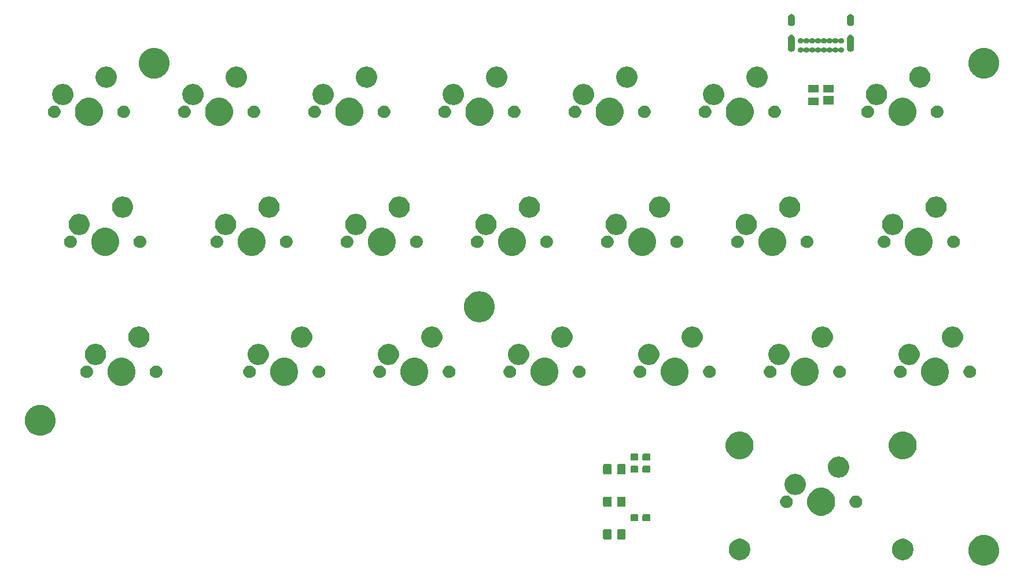
<source format=gts>
G04 #@! TF.GenerationSoftware,KiCad,Pcbnew,5.1.5*
G04 #@! TF.CreationDate,2019-12-31T20:45:16+09:00*
G04 #@! TF.ProjectId,half_qwerty,68616c66-5f71-4776-9572-74792e6b6963,rev?*
G04 #@! TF.SameCoordinates,Original*
G04 #@! TF.FileFunction,Soldermask,Top*
G04 #@! TF.FilePolarity,Negative*
%FSLAX46Y46*%
G04 Gerber Fmt 4.6, Leading zero omitted, Abs format (unit mm)*
G04 Created by KiCad (PCBNEW 5.1.5) date 2019-12-31 20:45:16*
%MOMM*%
%LPD*%
G04 APERTURE LIST*
%ADD10C,0.100000*%
G04 APERTURE END LIST*
D10*
G36*
X221732130Y-143016026D02*
G01*
X222112843Y-143091754D01*
X222522499Y-143261439D01*
X222891179Y-143507784D01*
X223204716Y-143821321D01*
X223451061Y-144190001D01*
X223620746Y-144599657D01*
X223707250Y-145034546D01*
X223707250Y-145477954D01*
X223620746Y-145912843D01*
X223451061Y-146322499D01*
X223204716Y-146691179D01*
X222891179Y-147004716D01*
X222522499Y-147251061D01*
X222112843Y-147420746D01*
X221732130Y-147496474D01*
X221677955Y-147507250D01*
X221234545Y-147507250D01*
X221180370Y-147496474D01*
X220799657Y-147420746D01*
X220390001Y-147251061D01*
X220021321Y-147004716D01*
X219707784Y-146691179D01*
X219461439Y-146322499D01*
X219291754Y-145912843D01*
X219205250Y-145477954D01*
X219205250Y-145034546D01*
X219291754Y-144599657D01*
X219461439Y-144190001D01*
X219707784Y-143821321D01*
X220021321Y-143507784D01*
X220390001Y-143261439D01*
X220799657Y-143091754D01*
X221180370Y-143016026D01*
X221234545Y-143005250D01*
X221677955Y-143005250D01*
X221732130Y-143016026D01*
G37*
G36*
X209856435Y-143546282D02*
G01*
X210041161Y-143583026D01*
X210144909Y-143626000D01*
X210327791Y-143701752D01*
X210327792Y-143701753D01*
X210585754Y-143874117D01*
X210805133Y-144093496D01*
X210869615Y-144190001D01*
X210977498Y-144351459D01*
X211047046Y-144519363D01*
X211080306Y-144599659D01*
X211096224Y-144638090D01*
X211156750Y-144942375D01*
X211156750Y-145252625D01*
X211096224Y-145556910D01*
X210977498Y-145843541D01*
X210977497Y-145843542D01*
X210805133Y-146101504D01*
X210585754Y-146320883D01*
X210413389Y-146436053D01*
X210327791Y-146493248D01*
X210159887Y-146562796D01*
X210041161Y-146611974D01*
X209889017Y-146642237D01*
X209736875Y-146672500D01*
X209426625Y-146672500D01*
X209274483Y-146642237D01*
X209122339Y-146611974D01*
X209003613Y-146562796D01*
X208835709Y-146493248D01*
X208750111Y-146436053D01*
X208577746Y-146320883D01*
X208358367Y-146101504D01*
X208186003Y-145843542D01*
X208186002Y-145843541D01*
X208067276Y-145556910D01*
X208006750Y-145252625D01*
X208006750Y-144942375D01*
X208067276Y-144638090D01*
X208083195Y-144599659D01*
X208116454Y-144519363D01*
X208186002Y-144351459D01*
X208293885Y-144190001D01*
X208358367Y-144093496D01*
X208577746Y-143874117D01*
X208835708Y-143701753D01*
X208835709Y-143701752D01*
X209018591Y-143626000D01*
X209122339Y-143583026D01*
X209307065Y-143546282D01*
X209426625Y-143522500D01*
X209736875Y-143522500D01*
X209856435Y-143546282D01*
G37*
G36*
X185980435Y-143546282D02*
G01*
X186165161Y-143583026D01*
X186268909Y-143626000D01*
X186451791Y-143701752D01*
X186451792Y-143701753D01*
X186709754Y-143874117D01*
X186929133Y-144093496D01*
X186993615Y-144190001D01*
X187101498Y-144351459D01*
X187171046Y-144519363D01*
X187204306Y-144599659D01*
X187220224Y-144638090D01*
X187280750Y-144942375D01*
X187280750Y-145252625D01*
X187220224Y-145556910D01*
X187101498Y-145843541D01*
X187101497Y-145843542D01*
X186929133Y-146101504D01*
X186709754Y-146320883D01*
X186537389Y-146436053D01*
X186451791Y-146493248D01*
X186283887Y-146562796D01*
X186165161Y-146611974D01*
X186013017Y-146642237D01*
X185860875Y-146672500D01*
X185550625Y-146672500D01*
X185398483Y-146642237D01*
X185246339Y-146611974D01*
X185127613Y-146562796D01*
X184959709Y-146493248D01*
X184874111Y-146436053D01*
X184701746Y-146320883D01*
X184482367Y-146101504D01*
X184310003Y-145843542D01*
X184310002Y-145843541D01*
X184191276Y-145556910D01*
X184130750Y-145252625D01*
X184130750Y-144942375D01*
X184191276Y-144638090D01*
X184207195Y-144599659D01*
X184240454Y-144519363D01*
X184310002Y-144351459D01*
X184417885Y-144190001D01*
X184482367Y-144093496D01*
X184701746Y-143874117D01*
X184959708Y-143701753D01*
X184959709Y-143701752D01*
X185142591Y-143626000D01*
X185246339Y-143583026D01*
X185431065Y-143546282D01*
X185550625Y-143522500D01*
X185860875Y-143522500D01*
X185980435Y-143546282D01*
G37*
G36*
X168874674Y-142128465D02*
G01*
X168912367Y-142139899D01*
X168947103Y-142158466D01*
X168977548Y-142183452D01*
X169002534Y-142213897D01*
X169021101Y-142248633D01*
X169032535Y-142286326D01*
X169037000Y-142331661D01*
X169037000Y-143418339D01*
X169032535Y-143463674D01*
X169021101Y-143501367D01*
X169002534Y-143536103D01*
X168977548Y-143566548D01*
X168947103Y-143591534D01*
X168912367Y-143610101D01*
X168874674Y-143621535D01*
X168829339Y-143626000D01*
X167992661Y-143626000D01*
X167947326Y-143621535D01*
X167909633Y-143610101D01*
X167874897Y-143591534D01*
X167844452Y-143566548D01*
X167819466Y-143536103D01*
X167800899Y-143501367D01*
X167789465Y-143463674D01*
X167785000Y-143418339D01*
X167785000Y-142331661D01*
X167789465Y-142286326D01*
X167800899Y-142248633D01*
X167819466Y-142213897D01*
X167844452Y-142183452D01*
X167874897Y-142158466D01*
X167909633Y-142139899D01*
X167947326Y-142128465D01*
X167992661Y-142124000D01*
X168829339Y-142124000D01*
X168874674Y-142128465D01*
G37*
G36*
X166824674Y-142128465D02*
G01*
X166862367Y-142139899D01*
X166897103Y-142158466D01*
X166927548Y-142183452D01*
X166952534Y-142213897D01*
X166971101Y-142248633D01*
X166982535Y-142286326D01*
X166987000Y-142331661D01*
X166987000Y-143418339D01*
X166982535Y-143463674D01*
X166971101Y-143501367D01*
X166952534Y-143536103D01*
X166927548Y-143566548D01*
X166897103Y-143591534D01*
X166862367Y-143610101D01*
X166824674Y-143621535D01*
X166779339Y-143626000D01*
X165942661Y-143626000D01*
X165897326Y-143621535D01*
X165859633Y-143610101D01*
X165824897Y-143591534D01*
X165794452Y-143566548D01*
X165769466Y-143536103D01*
X165750899Y-143501367D01*
X165739465Y-143463674D01*
X165735000Y-143418339D01*
X165735000Y-142331661D01*
X165739465Y-142286326D01*
X165750899Y-142248633D01*
X165769466Y-142213897D01*
X165794452Y-142183452D01*
X165824897Y-142158466D01*
X165859633Y-142139899D01*
X165897326Y-142128465D01*
X165942661Y-142124000D01*
X166779339Y-142124000D01*
X166824674Y-142128465D01*
G37*
G36*
X170735499Y-139940445D02*
G01*
X170772995Y-139951820D01*
X170807554Y-139970292D01*
X170837847Y-139995153D01*
X170862708Y-140025446D01*
X170881180Y-140060005D01*
X170892555Y-140097501D01*
X170897000Y-140142638D01*
X170897000Y-140781362D01*
X170892555Y-140826499D01*
X170881180Y-140863995D01*
X170862708Y-140898554D01*
X170837847Y-140928847D01*
X170807554Y-140953708D01*
X170772995Y-140972180D01*
X170735499Y-140983555D01*
X170690362Y-140988000D01*
X169951638Y-140988000D01*
X169906501Y-140983555D01*
X169869005Y-140972180D01*
X169834446Y-140953708D01*
X169804153Y-140928847D01*
X169779292Y-140898554D01*
X169760820Y-140863995D01*
X169749445Y-140826499D01*
X169745000Y-140781362D01*
X169745000Y-140142638D01*
X169749445Y-140097501D01*
X169760820Y-140060005D01*
X169779292Y-140025446D01*
X169804153Y-139995153D01*
X169834446Y-139970292D01*
X169869005Y-139951820D01*
X169906501Y-139940445D01*
X169951638Y-139936000D01*
X170690362Y-139936000D01*
X170735499Y-139940445D01*
G37*
G36*
X172485499Y-139940445D02*
G01*
X172522995Y-139951820D01*
X172557554Y-139970292D01*
X172587847Y-139995153D01*
X172612708Y-140025446D01*
X172631180Y-140060005D01*
X172642555Y-140097501D01*
X172647000Y-140142638D01*
X172647000Y-140781362D01*
X172642555Y-140826499D01*
X172631180Y-140863995D01*
X172612708Y-140898554D01*
X172587847Y-140928847D01*
X172557554Y-140953708D01*
X172522995Y-140972180D01*
X172485499Y-140983555D01*
X172440362Y-140988000D01*
X171701638Y-140988000D01*
X171656501Y-140983555D01*
X171619005Y-140972180D01*
X171584446Y-140953708D01*
X171554153Y-140928847D01*
X171529292Y-140898554D01*
X171510820Y-140863995D01*
X171499445Y-140826499D01*
X171495000Y-140781362D01*
X171495000Y-140142638D01*
X171499445Y-140097501D01*
X171510820Y-140060005D01*
X171529292Y-140025446D01*
X171554153Y-139995153D01*
X171584446Y-139970292D01*
X171619005Y-139951820D01*
X171656501Y-139940445D01*
X171701638Y-139936000D01*
X172440362Y-139936000D01*
X172485499Y-139940445D01*
G37*
G36*
X198240224Y-136146184D02*
G01*
X198458224Y-136236483D01*
X198612373Y-136300333D01*
X198947298Y-136524123D01*
X199232127Y-136808952D01*
X199455917Y-137143877D01*
X199488312Y-137222086D01*
X199610066Y-137516026D01*
X199688650Y-137911094D01*
X199688650Y-138313906D01*
X199610066Y-138708974D01*
X199546059Y-138863500D01*
X199455917Y-139081123D01*
X199232127Y-139416048D01*
X198947298Y-139700877D01*
X198612373Y-139924667D01*
X198502224Y-139970292D01*
X198240224Y-140078816D01*
X197845156Y-140157400D01*
X197442344Y-140157400D01*
X197047276Y-140078816D01*
X196785276Y-139970292D01*
X196675127Y-139924667D01*
X196340202Y-139700877D01*
X196055373Y-139416048D01*
X195831583Y-139081123D01*
X195741441Y-138863500D01*
X195677434Y-138708974D01*
X195598850Y-138313906D01*
X195598850Y-137911094D01*
X195677434Y-137516026D01*
X195799188Y-137222086D01*
X195831583Y-137143877D01*
X196055373Y-136808952D01*
X196340202Y-136524123D01*
X196675127Y-136300333D01*
X196829276Y-136236483D01*
X197047276Y-136146184D01*
X197442344Y-136067600D01*
X197845156Y-136067600D01*
X198240224Y-136146184D01*
G37*
G36*
X202993854Y-137222085D02*
G01*
X203162376Y-137291889D01*
X203314041Y-137393228D01*
X203443022Y-137522209D01*
X203544361Y-137673874D01*
X203614165Y-137842396D01*
X203649750Y-138021297D01*
X203649750Y-138203703D01*
X203614165Y-138382604D01*
X203544361Y-138551126D01*
X203443022Y-138702791D01*
X203314041Y-138831772D01*
X203162376Y-138933111D01*
X202993854Y-139002915D01*
X202814953Y-139038500D01*
X202632547Y-139038500D01*
X202453646Y-139002915D01*
X202285124Y-138933111D01*
X202133459Y-138831772D01*
X202004478Y-138702791D01*
X201903139Y-138551126D01*
X201833335Y-138382604D01*
X201797750Y-138203703D01*
X201797750Y-138021297D01*
X201833335Y-137842396D01*
X201903139Y-137673874D01*
X202004478Y-137522209D01*
X202133459Y-137393228D01*
X202285124Y-137291889D01*
X202453646Y-137222085D01*
X202632547Y-137186500D01*
X202814953Y-137186500D01*
X202993854Y-137222085D01*
G37*
G36*
X192833854Y-137222085D02*
G01*
X193002376Y-137291889D01*
X193154041Y-137393228D01*
X193283022Y-137522209D01*
X193384361Y-137673874D01*
X193454165Y-137842396D01*
X193489750Y-138021297D01*
X193489750Y-138203703D01*
X193454165Y-138382604D01*
X193384361Y-138551126D01*
X193283022Y-138702791D01*
X193154041Y-138831772D01*
X193002376Y-138933111D01*
X192833854Y-139002915D01*
X192654953Y-139038500D01*
X192472547Y-139038500D01*
X192293646Y-139002915D01*
X192125124Y-138933111D01*
X191973459Y-138831772D01*
X191844478Y-138702791D01*
X191743139Y-138551126D01*
X191673335Y-138382604D01*
X191637750Y-138203703D01*
X191637750Y-138021297D01*
X191673335Y-137842396D01*
X191743139Y-137673874D01*
X191844478Y-137522209D01*
X191973459Y-137393228D01*
X192125124Y-137291889D01*
X192293646Y-137222085D01*
X192472547Y-137186500D01*
X192654953Y-137186500D01*
X192833854Y-137222085D01*
G37*
G36*
X166824674Y-137365965D02*
G01*
X166862367Y-137377399D01*
X166897103Y-137395966D01*
X166927548Y-137420952D01*
X166952534Y-137451397D01*
X166971101Y-137486133D01*
X166982535Y-137523826D01*
X166987000Y-137569161D01*
X166987000Y-138655839D01*
X166982535Y-138701174D01*
X166971101Y-138738867D01*
X166952534Y-138773603D01*
X166927548Y-138804048D01*
X166897103Y-138829034D01*
X166862367Y-138847601D01*
X166824674Y-138859035D01*
X166779339Y-138863500D01*
X165942661Y-138863500D01*
X165897326Y-138859035D01*
X165859633Y-138847601D01*
X165824897Y-138829034D01*
X165794452Y-138804048D01*
X165769466Y-138773603D01*
X165750899Y-138738867D01*
X165739465Y-138701174D01*
X165735000Y-138655839D01*
X165735000Y-137569161D01*
X165739465Y-137523826D01*
X165750899Y-137486133D01*
X165769466Y-137451397D01*
X165794452Y-137420952D01*
X165824897Y-137395966D01*
X165859633Y-137377399D01*
X165897326Y-137365965D01*
X165942661Y-137361500D01*
X166779339Y-137361500D01*
X166824674Y-137365965D01*
G37*
G36*
X168874674Y-137365965D02*
G01*
X168912367Y-137377399D01*
X168947103Y-137395966D01*
X168977548Y-137420952D01*
X169002534Y-137451397D01*
X169021101Y-137486133D01*
X169032535Y-137523826D01*
X169037000Y-137569161D01*
X169037000Y-138655839D01*
X169032535Y-138701174D01*
X169021101Y-138738867D01*
X169002534Y-138773603D01*
X168977548Y-138804048D01*
X168947103Y-138829034D01*
X168912367Y-138847601D01*
X168874674Y-138859035D01*
X168829339Y-138863500D01*
X167992661Y-138863500D01*
X167947326Y-138859035D01*
X167909633Y-138847601D01*
X167874897Y-138829034D01*
X167844452Y-138804048D01*
X167819466Y-138773603D01*
X167800899Y-138738867D01*
X167789465Y-138701174D01*
X167785000Y-138655839D01*
X167785000Y-137569161D01*
X167789465Y-137523826D01*
X167800899Y-137486133D01*
X167819466Y-137451397D01*
X167844452Y-137420952D01*
X167874897Y-137395966D01*
X167909633Y-137377399D01*
X167947326Y-137365965D01*
X167992661Y-137361500D01*
X168829339Y-137361500D01*
X168874674Y-137365965D01*
G37*
G36*
X194136335Y-134051302D02*
G01*
X194286160Y-134081104D01*
X194568424Y-134198021D01*
X194822455Y-134367759D01*
X195038491Y-134583795D01*
X195208229Y-134837826D01*
X195325146Y-135120090D01*
X195384750Y-135419740D01*
X195384750Y-135725260D01*
X195325146Y-136024910D01*
X195208229Y-136307174D01*
X195038491Y-136561205D01*
X194822455Y-136777241D01*
X194568424Y-136946979D01*
X194286160Y-137063896D01*
X194136335Y-137093698D01*
X193986511Y-137123500D01*
X193680989Y-137123500D01*
X193531165Y-137093698D01*
X193381340Y-137063896D01*
X193099076Y-136946979D01*
X192845045Y-136777241D01*
X192629009Y-136561205D01*
X192459271Y-136307174D01*
X192342354Y-136024910D01*
X192282750Y-135725260D01*
X192282750Y-135419740D01*
X192342354Y-135120090D01*
X192459271Y-134837826D01*
X192629009Y-134583795D01*
X192845045Y-134367759D01*
X193099076Y-134198021D01*
X193381340Y-134081104D01*
X193531165Y-134051302D01*
X193680989Y-134021500D01*
X193986511Y-134021500D01*
X194136335Y-134051302D01*
G37*
G36*
X200486335Y-131511302D02*
G01*
X200636160Y-131541104D01*
X200918424Y-131658021D01*
X201172455Y-131827759D01*
X201388491Y-132043795D01*
X201558229Y-132297826D01*
X201675146Y-132580090D01*
X201679948Y-132604230D01*
X201726810Y-132839820D01*
X201734750Y-132879740D01*
X201734750Y-133185260D01*
X201675146Y-133484910D01*
X201558229Y-133767174D01*
X201388491Y-134021205D01*
X201172455Y-134237241D01*
X200918424Y-134406979D01*
X200636160Y-134523896D01*
X200486335Y-134553698D01*
X200336511Y-134583500D01*
X200030989Y-134583500D01*
X199881165Y-134553698D01*
X199731340Y-134523896D01*
X199449076Y-134406979D01*
X199195045Y-134237241D01*
X198979009Y-134021205D01*
X198809271Y-133767174D01*
X198692354Y-133484910D01*
X198632750Y-133185260D01*
X198632750Y-132879740D01*
X198640691Y-132839820D01*
X198687552Y-132604230D01*
X198692354Y-132580090D01*
X198809271Y-132297826D01*
X198979009Y-132043795D01*
X199195045Y-131827759D01*
X199449076Y-131658021D01*
X199731340Y-131541104D01*
X199881165Y-131511302D01*
X200030989Y-131481500D01*
X200336511Y-131481500D01*
X200486335Y-131511302D01*
G37*
G36*
X168874674Y-132603465D02*
G01*
X168912367Y-132614899D01*
X168947103Y-132633466D01*
X168977548Y-132658452D01*
X169002534Y-132688897D01*
X169021101Y-132723633D01*
X169032535Y-132761326D01*
X169037000Y-132806661D01*
X169037000Y-133893339D01*
X169032535Y-133938674D01*
X169021101Y-133976367D01*
X169002534Y-134011103D01*
X168977548Y-134041548D01*
X168947103Y-134066534D01*
X168912367Y-134085101D01*
X168874674Y-134096535D01*
X168829339Y-134101000D01*
X167992661Y-134101000D01*
X167947326Y-134096535D01*
X167909633Y-134085101D01*
X167874897Y-134066534D01*
X167844452Y-134041548D01*
X167819466Y-134011103D01*
X167800899Y-133976367D01*
X167789465Y-133938674D01*
X167785000Y-133893339D01*
X167785000Y-132806661D01*
X167789465Y-132761326D01*
X167800899Y-132723633D01*
X167819466Y-132688897D01*
X167844452Y-132658452D01*
X167874897Y-132633466D01*
X167909633Y-132614899D01*
X167947326Y-132603465D01*
X167992661Y-132599000D01*
X168829339Y-132599000D01*
X168874674Y-132603465D01*
G37*
G36*
X166824674Y-132603465D02*
G01*
X166862367Y-132614899D01*
X166897103Y-132633466D01*
X166927548Y-132658452D01*
X166952534Y-132688897D01*
X166971101Y-132723633D01*
X166982535Y-132761326D01*
X166987000Y-132806661D01*
X166987000Y-133893339D01*
X166982535Y-133938674D01*
X166971101Y-133976367D01*
X166952534Y-134011103D01*
X166927548Y-134041548D01*
X166897103Y-134066534D01*
X166862367Y-134085101D01*
X166824674Y-134096535D01*
X166779339Y-134101000D01*
X165942661Y-134101000D01*
X165897326Y-134096535D01*
X165859633Y-134085101D01*
X165824897Y-134066534D01*
X165794452Y-134041548D01*
X165769466Y-134011103D01*
X165750899Y-133976367D01*
X165739465Y-133938674D01*
X165735000Y-133893339D01*
X165735000Y-132806661D01*
X165739465Y-132761326D01*
X165750899Y-132723633D01*
X165769466Y-132688897D01*
X165794452Y-132658452D01*
X165824897Y-132633466D01*
X165859633Y-132614899D01*
X165897326Y-132603465D01*
X165942661Y-132599000D01*
X166779339Y-132599000D01*
X166824674Y-132603465D01*
G37*
G36*
X170735499Y-132828445D02*
G01*
X170772995Y-132839820D01*
X170807554Y-132858292D01*
X170837847Y-132883153D01*
X170862708Y-132913446D01*
X170881180Y-132948005D01*
X170892555Y-132985501D01*
X170897000Y-133030638D01*
X170897000Y-133669362D01*
X170892555Y-133714499D01*
X170881180Y-133751995D01*
X170862708Y-133786554D01*
X170837847Y-133816847D01*
X170807554Y-133841708D01*
X170772995Y-133860180D01*
X170735499Y-133871555D01*
X170690362Y-133876000D01*
X169951638Y-133876000D01*
X169906501Y-133871555D01*
X169869005Y-133860180D01*
X169834446Y-133841708D01*
X169804153Y-133816847D01*
X169779292Y-133786554D01*
X169760820Y-133751995D01*
X169749445Y-133714499D01*
X169745000Y-133669362D01*
X169745000Y-133030638D01*
X169749445Y-132985501D01*
X169760820Y-132948005D01*
X169779292Y-132913446D01*
X169804153Y-132883153D01*
X169834446Y-132858292D01*
X169869005Y-132839820D01*
X169906501Y-132828445D01*
X169951638Y-132824000D01*
X170690362Y-132824000D01*
X170735499Y-132828445D01*
G37*
G36*
X172485499Y-132828445D02*
G01*
X172522995Y-132839820D01*
X172557554Y-132858292D01*
X172587847Y-132883153D01*
X172612708Y-132913446D01*
X172631180Y-132948005D01*
X172642555Y-132985501D01*
X172647000Y-133030638D01*
X172647000Y-133669362D01*
X172642555Y-133714499D01*
X172631180Y-133751995D01*
X172612708Y-133786554D01*
X172587847Y-133816847D01*
X172557554Y-133841708D01*
X172522995Y-133860180D01*
X172485499Y-133871555D01*
X172440362Y-133876000D01*
X171701638Y-133876000D01*
X171656501Y-133871555D01*
X171619005Y-133860180D01*
X171584446Y-133841708D01*
X171554153Y-133816847D01*
X171529292Y-133786554D01*
X171510820Y-133751995D01*
X171499445Y-133714499D01*
X171495000Y-133669362D01*
X171495000Y-133030638D01*
X171499445Y-132985501D01*
X171510820Y-132948005D01*
X171529292Y-132913446D01*
X171554153Y-132883153D01*
X171584446Y-132858292D01*
X171619005Y-132839820D01*
X171656501Y-132828445D01*
X171701638Y-132824000D01*
X172440362Y-132824000D01*
X172485499Y-132828445D01*
G37*
G36*
X170735499Y-131050445D02*
G01*
X170772995Y-131061820D01*
X170807554Y-131080292D01*
X170837847Y-131105153D01*
X170862708Y-131135446D01*
X170881180Y-131170005D01*
X170892555Y-131207501D01*
X170897000Y-131252638D01*
X170897000Y-131891362D01*
X170892555Y-131936499D01*
X170881180Y-131973995D01*
X170862708Y-132008554D01*
X170837847Y-132038847D01*
X170807554Y-132063708D01*
X170772995Y-132082180D01*
X170735499Y-132093555D01*
X170690362Y-132098000D01*
X169951638Y-132098000D01*
X169906501Y-132093555D01*
X169869005Y-132082180D01*
X169834446Y-132063708D01*
X169804153Y-132038847D01*
X169779292Y-132008554D01*
X169760820Y-131973995D01*
X169749445Y-131936499D01*
X169745000Y-131891362D01*
X169745000Y-131252638D01*
X169749445Y-131207501D01*
X169760820Y-131170005D01*
X169779292Y-131135446D01*
X169804153Y-131105153D01*
X169834446Y-131080292D01*
X169869005Y-131061820D01*
X169906501Y-131050445D01*
X169951638Y-131046000D01*
X170690362Y-131046000D01*
X170735499Y-131050445D01*
G37*
G36*
X172485499Y-131050445D02*
G01*
X172522995Y-131061820D01*
X172557554Y-131080292D01*
X172587847Y-131105153D01*
X172612708Y-131135446D01*
X172631180Y-131170005D01*
X172642555Y-131207501D01*
X172647000Y-131252638D01*
X172647000Y-131891362D01*
X172642555Y-131936499D01*
X172631180Y-131973995D01*
X172612708Y-132008554D01*
X172587847Y-132038847D01*
X172557554Y-132063708D01*
X172522995Y-132082180D01*
X172485499Y-132093555D01*
X172440362Y-132098000D01*
X171701638Y-132098000D01*
X171656501Y-132093555D01*
X171619005Y-132082180D01*
X171584446Y-132063708D01*
X171554153Y-132038847D01*
X171529292Y-132008554D01*
X171510820Y-131973995D01*
X171499445Y-131936499D01*
X171495000Y-131891362D01*
X171495000Y-131252638D01*
X171499445Y-131207501D01*
X171510820Y-131170005D01*
X171529292Y-131135446D01*
X171554153Y-131105153D01*
X171584446Y-131080292D01*
X171619005Y-131061820D01*
X171656501Y-131050445D01*
X171701638Y-131046000D01*
X172440362Y-131046000D01*
X172485499Y-131050445D01*
G37*
G36*
X210178224Y-127891184D02*
G01*
X210396224Y-127981483D01*
X210550373Y-128045333D01*
X210885298Y-128269123D01*
X211170127Y-128553952D01*
X211393917Y-128888877D01*
X211393917Y-128888878D01*
X211548066Y-129261026D01*
X211626650Y-129656094D01*
X211626650Y-130058906D01*
X211548066Y-130453974D01*
X211457767Y-130671974D01*
X211393917Y-130826123D01*
X211170127Y-131161048D01*
X210885298Y-131445877D01*
X210550373Y-131669667D01*
X210396224Y-131733517D01*
X210178224Y-131823816D01*
X209783156Y-131902400D01*
X209380344Y-131902400D01*
X208985276Y-131823816D01*
X208767276Y-131733517D01*
X208613127Y-131669667D01*
X208278202Y-131445877D01*
X207993373Y-131161048D01*
X207769583Y-130826123D01*
X207705733Y-130671974D01*
X207615434Y-130453974D01*
X207536850Y-130058906D01*
X207536850Y-129656094D01*
X207615434Y-129261026D01*
X207769583Y-128888878D01*
X207769583Y-128888877D01*
X207993373Y-128553952D01*
X208278202Y-128269123D01*
X208613127Y-128045333D01*
X208767276Y-127981483D01*
X208985276Y-127891184D01*
X209380344Y-127812600D01*
X209783156Y-127812600D01*
X210178224Y-127891184D01*
G37*
G36*
X186302224Y-127891184D02*
G01*
X186520224Y-127981483D01*
X186674373Y-128045333D01*
X187009298Y-128269123D01*
X187294127Y-128553952D01*
X187517917Y-128888877D01*
X187517917Y-128888878D01*
X187672066Y-129261026D01*
X187750650Y-129656094D01*
X187750650Y-130058906D01*
X187672066Y-130453974D01*
X187581767Y-130671974D01*
X187517917Y-130826123D01*
X187294127Y-131161048D01*
X187009298Y-131445877D01*
X186674373Y-131669667D01*
X186520224Y-131733517D01*
X186302224Y-131823816D01*
X185907156Y-131902400D01*
X185504344Y-131902400D01*
X185109276Y-131823816D01*
X184891276Y-131733517D01*
X184737127Y-131669667D01*
X184402202Y-131445877D01*
X184117373Y-131161048D01*
X183893583Y-130826123D01*
X183829733Y-130671974D01*
X183739434Y-130453974D01*
X183660850Y-130058906D01*
X183660850Y-129656094D01*
X183739434Y-129261026D01*
X183893583Y-128888878D01*
X183893583Y-128888877D01*
X184117373Y-128553952D01*
X184402202Y-128269123D01*
X184737127Y-128045333D01*
X184891276Y-127981483D01*
X185109276Y-127891184D01*
X185504344Y-127812600D01*
X185907156Y-127812600D01*
X186302224Y-127891184D01*
G37*
G36*
X83619630Y-123966026D02*
G01*
X84000343Y-124041754D01*
X84409999Y-124211439D01*
X84778679Y-124457784D01*
X85092216Y-124771321D01*
X85338561Y-125140001D01*
X85508246Y-125549657D01*
X85594750Y-125984546D01*
X85594750Y-126427954D01*
X85508246Y-126862843D01*
X85338561Y-127272499D01*
X85092216Y-127641179D01*
X84778679Y-127954716D01*
X84409999Y-128201061D01*
X84000343Y-128370746D01*
X83619630Y-128446474D01*
X83565455Y-128457250D01*
X83122045Y-128457250D01*
X83067870Y-128446474D01*
X82687157Y-128370746D01*
X82277501Y-128201061D01*
X81908821Y-127954716D01*
X81595284Y-127641179D01*
X81348939Y-127272499D01*
X81179254Y-126862843D01*
X81092750Y-126427954D01*
X81092750Y-125984546D01*
X81179254Y-125549657D01*
X81348939Y-125140001D01*
X81595284Y-124771321D01*
X81908821Y-124457784D01*
X82277501Y-124211439D01*
X82687157Y-124041754D01*
X83067870Y-123966026D01*
X83122045Y-123955250D01*
X83565455Y-123955250D01*
X83619630Y-123966026D01*
G37*
G36*
X138708974Y-117096184D02*
G01*
X138926974Y-117186483D01*
X139081123Y-117250333D01*
X139416048Y-117474123D01*
X139700877Y-117758952D01*
X139924667Y-118093877D01*
X139957062Y-118172086D01*
X140078816Y-118466026D01*
X140157400Y-118861094D01*
X140157400Y-119263906D01*
X140078816Y-119658974D01*
X140027951Y-119781772D01*
X139924667Y-120031123D01*
X139700877Y-120366048D01*
X139416048Y-120650877D01*
X139081123Y-120874667D01*
X138926974Y-120938517D01*
X138708974Y-121028816D01*
X138313906Y-121107400D01*
X137911094Y-121107400D01*
X137516026Y-121028816D01*
X137298026Y-120938517D01*
X137143877Y-120874667D01*
X136808952Y-120650877D01*
X136524123Y-120366048D01*
X136300333Y-120031123D01*
X136197049Y-119781772D01*
X136146184Y-119658974D01*
X136067600Y-119263906D01*
X136067600Y-118861094D01*
X136146184Y-118466026D01*
X136267938Y-118172086D01*
X136300333Y-118093877D01*
X136524123Y-117758952D01*
X136808952Y-117474123D01*
X137143877Y-117250333D01*
X137298026Y-117186483D01*
X137516026Y-117096184D01*
X137911094Y-117017600D01*
X138313906Y-117017600D01*
X138708974Y-117096184D01*
G37*
G36*
X95846474Y-117096184D02*
G01*
X96064474Y-117186483D01*
X96218623Y-117250333D01*
X96553548Y-117474123D01*
X96838377Y-117758952D01*
X97062167Y-118093877D01*
X97094562Y-118172086D01*
X97216316Y-118466026D01*
X97294900Y-118861094D01*
X97294900Y-119263906D01*
X97216316Y-119658974D01*
X97165451Y-119781772D01*
X97062167Y-120031123D01*
X96838377Y-120366048D01*
X96553548Y-120650877D01*
X96218623Y-120874667D01*
X96064474Y-120938517D01*
X95846474Y-121028816D01*
X95451406Y-121107400D01*
X95048594Y-121107400D01*
X94653526Y-121028816D01*
X94435526Y-120938517D01*
X94281377Y-120874667D01*
X93946452Y-120650877D01*
X93661623Y-120366048D01*
X93437833Y-120031123D01*
X93334549Y-119781772D01*
X93283684Y-119658974D01*
X93205100Y-119263906D01*
X93205100Y-118861094D01*
X93283684Y-118466026D01*
X93405438Y-118172086D01*
X93437833Y-118093877D01*
X93661623Y-117758952D01*
X93946452Y-117474123D01*
X94281377Y-117250333D01*
X94435526Y-117186483D01*
X94653526Y-117096184D01*
X95048594Y-117017600D01*
X95451406Y-117017600D01*
X95846474Y-117096184D01*
G37*
G36*
X176808974Y-117096184D02*
G01*
X177026974Y-117186483D01*
X177181123Y-117250333D01*
X177516048Y-117474123D01*
X177800877Y-117758952D01*
X178024667Y-118093877D01*
X178057062Y-118172086D01*
X178178816Y-118466026D01*
X178257400Y-118861094D01*
X178257400Y-119263906D01*
X178178816Y-119658974D01*
X178127951Y-119781772D01*
X178024667Y-120031123D01*
X177800877Y-120366048D01*
X177516048Y-120650877D01*
X177181123Y-120874667D01*
X177026974Y-120938517D01*
X176808974Y-121028816D01*
X176413906Y-121107400D01*
X176011094Y-121107400D01*
X175616026Y-121028816D01*
X175398026Y-120938517D01*
X175243877Y-120874667D01*
X174908952Y-120650877D01*
X174624123Y-120366048D01*
X174400333Y-120031123D01*
X174297049Y-119781772D01*
X174246184Y-119658974D01*
X174167600Y-119263906D01*
X174167600Y-118861094D01*
X174246184Y-118466026D01*
X174367938Y-118172086D01*
X174400333Y-118093877D01*
X174624123Y-117758952D01*
X174908952Y-117474123D01*
X175243877Y-117250333D01*
X175398026Y-117186483D01*
X175616026Y-117096184D01*
X176011094Y-117017600D01*
X176413906Y-117017600D01*
X176808974Y-117096184D01*
G37*
G36*
X214908974Y-117096184D02*
G01*
X215126974Y-117186483D01*
X215281123Y-117250333D01*
X215616048Y-117474123D01*
X215900877Y-117758952D01*
X216124667Y-118093877D01*
X216157062Y-118172086D01*
X216278816Y-118466026D01*
X216357400Y-118861094D01*
X216357400Y-119263906D01*
X216278816Y-119658974D01*
X216227951Y-119781772D01*
X216124667Y-120031123D01*
X215900877Y-120366048D01*
X215616048Y-120650877D01*
X215281123Y-120874667D01*
X215126974Y-120938517D01*
X214908974Y-121028816D01*
X214513906Y-121107400D01*
X214111094Y-121107400D01*
X213716026Y-121028816D01*
X213498026Y-120938517D01*
X213343877Y-120874667D01*
X213008952Y-120650877D01*
X212724123Y-120366048D01*
X212500333Y-120031123D01*
X212397049Y-119781772D01*
X212346184Y-119658974D01*
X212267600Y-119263906D01*
X212267600Y-118861094D01*
X212346184Y-118466026D01*
X212467938Y-118172086D01*
X212500333Y-118093877D01*
X212724123Y-117758952D01*
X213008952Y-117474123D01*
X213343877Y-117250333D01*
X213498026Y-117186483D01*
X213716026Y-117096184D01*
X214111094Y-117017600D01*
X214513906Y-117017600D01*
X214908974Y-117096184D01*
G37*
G36*
X195858974Y-117096184D02*
G01*
X196076974Y-117186483D01*
X196231123Y-117250333D01*
X196566048Y-117474123D01*
X196850877Y-117758952D01*
X197074667Y-118093877D01*
X197107062Y-118172086D01*
X197228816Y-118466026D01*
X197307400Y-118861094D01*
X197307400Y-119263906D01*
X197228816Y-119658974D01*
X197177951Y-119781772D01*
X197074667Y-120031123D01*
X196850877Y-120366048D01*
X196566048Y-120650877D01*
X196231123Y-120874667D01*
X196076974Y-120938517D01*
X195858974Y-121028816D01*
X195463906Y-121107400D01*
X195061094Y-121107400D01*
X194666026Y-121028816D01*
X194448026Y-120938517D01*
X194293877Y-120874667D01*
X193958952Y-120650877D01*
X193674123Y-120366048D01*
X193450333Y-120031123D01*
X193347049Y-119781772D01*
X193296184Y-119658974D01*
X193217600Y-119263906D01*
X193217600Y-118861094D01*
X193296184Y-118466026D01*
X193417938Y-118172086D01*
X193450333Y-118093877D01*
X193674123Y-117758952D01*
X193958952Y-117474123D01*
X194293877Y-117250333D01*
X194448026Y-117186483D01*
X194666026Y-117096184D01*
X195061094Y-117017600D01*
X195463906Y-117017600D01*
X195858974Y-117096184D01*
G37*
G36*
X157758974Y-117096184D02*
G01*
X157976974Y-117186483D01*
X158131123Y-117250333D01*
X158466048Y-117474123D01*
X158750877Y-117758952D01*
X158974667Y-118093877D01*
X159007062Y-118172086D01*
X159128816Y-118466026D01*
X159207400Y-118861094D01*
X159207400Y-119263906D01*
X159128816Y-119658974D01*
X159077951Y-119781772D01*
X158974667Y-120031123D01*
X158750877Y-120366048D01*
X158466048Y-120650877D01*
X158131123Y-120874667D01*
X157976974Y-120938517D01*
X157758974Y-121028816D01*
X157363906Y-121107400D01*
X156961094Y-121107400D01*
X156566026Y-121028816D01*
X156348026Y-120938517D01*
X156193877Y-120874667D01*
X155858952Y-120650877D01*
X155574123Y-120366048D01*
X155350333Y-120031123D01*
X155247049Y-119781772D01*
X155196184Y-119658974D01*
X155117600Y-119263906D01*
X155117600Y-118861094D01*
X155196184Y-118466026D01*
X155317938Y-118172086D01*
X155350333Y-118093877D01*
X155574123Y-117758952D01*
X155858952Y-117474123D01*
X156193877Y-117250333D01*
X156348026Y-117186483D01*
X156566026Y-117096184D01*
X156961094Y-117017600D01*
X157363906Y-117017600D01*
X157758974Y-117096184D01*
G37*
G36*
X119658974Y-117096184D02*
G01*
X119876974Y-117186483D01*
X120031123Y-117250333D01*
X120366048Y-117474123D01*
X120650877Y-117758952D01*
X120874667Y-118093877D01*
X120907062Y-118172086D01*
X121028816Y-118466026D01*
X121107400Y-118861094D01*
X121107400Y-119263906D01*
X121028816Y-119658974D01*
X120977951Y-119781772D01*
X120874667Y-120031123D01*
X120650877Y-120366048D01*
X120366048Y-120650877D01*
X120031123Y-120874667D01*
X119876974Y-120938517D01*
X119658974Y-121028816D01*
X119263906Y-121107400D01*
X118861094Y-121107400D01*
X118466026Y-121028816D01*
X118248026Y-120938517D01*
X118093877Y-120874667D01*
X117758952Y-120650877D01*
X117474123Y-120366048D01*
X117250333Y-120031123D01*
X117147049Y-119781772D01*
X117096184Y-119658974D01*
X117017600Y-119263906D01*
X117017600Y-118861094D01*
X117096184Y-118466026D01*
X117217938Y-118172086D01*
X117250333Y-118093877D01*
X117474123Y-117758952D01*
X117758952Y-117474123D01*
X118093877Y-117250333D01*
X118248026Y-117186483D01*
X118466026Y-117096184D01*
X118861094Y-117017600D01*
X119263906Y-117017600D01*
X119658974Y-117096184D01*
G37*
G36*
X133302604Y-118172085D02*
G01*
X133471126Y-118241889D01*
X133622791Y-118343228D01*
X133751772Y-118472209D01*
X133853111Y-118623874D01*
X133922915Y-118792396D01*
X133958500Y-118971297D01*
X133958500Y-119153703D01*
X133922915Y-119332604D01*
X133853111Y-119501126D01*
X133751772Y-119652791D01*
X133622791Y-119781772D01*
X133471126Y-119883111D01*
X133302604Y-119952915D01*
X133123703Y-119988500D01*
X132941297Y-119988500D01*
X132762396Y-119952915D01*
X132593874Y-119883111D01*
X132442209Y-119781772D01*
X132313228Y-119652791D01*
X132211889Y-119501126D01*
X132142085Y-119332604D01*
X132106500Y-119153703D01*
X132106500Y-118971297D01*
X132142085Y-118792396D01*
X132211889Y-118623874D01*
X132313228Y-118472209D01*
X132442209Y-118343228D01*
X132593874Y-118241889D01*
X132762396Y-118172085D01*
X132941297Y-118136500D01*
X133123703Y-118136500D01*
X133302604Y-118172085D01*
G37*
G36*
X90440104Y-118172085D02*
G01*
X90608626Y-118241889D01*
X90760291Y-118343228D01*
X90889272Y-118472209D01*
X90990611Y-118623874D01*
X91060415Y-118792396D01*
X91096000Y-118971297D01*
X91096000Y-119153703D01*
X91060415Y-119332604D01*
X90990611Y-119501126D01*
X90889272Y-119652791D01*
X90760291Y-119781772D01*
X90608626Y-119883111D01*
X90440104Y-119952915D01*
X90261203Y-119988500D01*
X90078797Y-119988500D01*
X89899896Y-119952915D01*
X89731374Y-119883111D01*
X89579709Y-119781772D01*
X89450728Y-119652791D01*
X89349389Y-119501126D01*
X89279585Y-119332604D01*
X89244000Y-119153703D01*
X89244000Y-118971297D01*
X89279585Y-118792396D01*
X89349389Y-118623874D01*
X89450728Y-118472209D01*
X89579709Y-118343228D01*
X89731374Y-118241889D01*
X89899896Y-118172085D01*
X90078797Y-118136500D01*
X90261203Y-118136500D01*
X90440104Y-118172085D01*
G37*
G36*
X143462604Y-118172085D02*
G01*
X143631126Y-118241889D01*
X143782791Y-118343228D01*
X143911772Y-118472209D01*
X144013111Y-118623874D01*
X144082915Y-118792396D01*
X144118500Y-118971297D01*
X144118500Y-119153703D01*
X144082915Y-119332604D01*
X144013111Y-119501126D01*
X143911772Y-119652791D01*
X143782791Y-119781772D01*
X143631126Y-119883111D01*
X143462604Y-119952915D01*
X143283703Y-119988500D01*
X143101297Y-119988500D01*
X142922396Y-119952915D01*
X142753874Y-119883111D01*
X142602209Y-119781772D01*
X142473228Y-119652791D01*
X142371889Y-119501126D01*
X142302085Y-119332604D01*
X142266500Y-119153703D01*
X142266500Y-118971297D01*
X142302085Y-118792396D01*
X142371889Y-118623874D01*
X142473228Y-118472209D01*
X142602209Y-118343228D01*
X142753874Y-118241889D01*
X142922396Y-118172085D01*
X143101297Y-118136500D01*
X143283703Y-118136500D01*
X143462604Y-118172085D01*
G37*
G36*
X171402604Y-118172085D02*
G01*
X171571126Y-118241889D01*
X171722791Y-118343228D01*
X171851772Y-118472209D01*
X171953111Y-118623874D01*
X172022915Y-118792396D01*
X172058500Y-118971297D01*
X172058500Y-119153703D01*
X172022915Y-119332604D01*
X171953111Y-119501126D01*
X171851772Y-119652791D01*
X171722791Y-119781772D01*
X171571126Y-119883111D01*
X171402604Y-119952915D01*
X171223703Y-119988500D01*
X171041297Y-119988500D01*
X170862396Y-119952915D01*
X170693874Y-119883111D01*
X170542209Y-119781772D01*
X170413228Y-119652791D01*
X170311889Y-119501126D01*
X170242085Y-119332604D01*
X170206500Y-119153703D01*
X170206500Y-118971297D01*
X170242085Y-118792396D01*
X170311889Y-118623874D01*
X170413228Y-118472209D01*
X170542209Y-118343228D01*
X170693874Y-118241889D01*
X170862396Y-118172085D01*
X171041297Y-118136500D01*
X171223703Y-118136500D01*
X171402604Y-118172085D01*
G37*
G36*
X181562604Y-118172085D02*
G01*
X181731126Y-118241889D01*
X181882791Y-118343228D01*
X182011772Y-118472209D01*
X182113111Y-118623874D01*
X182182915Y-118792396D01*
X182218500Y-118971297D01*
X182218500Y-119153703D01*
X182182915Y-119332604D01*
X182113111Y-119501126D01*
X182011772Y-119652791D01*
X181882791Y-119781772D01*
X181731126Y-119883111D01*
X181562604Y-119952915D01*
X181383703Y-119988500D01*
X181201297Y-119988500D01*
X181022396Y-119952915D01*
X180853874Y-119883111D01*
X180702209Y-119781772D01*
X180573228Y-119652791D01*
X180471889Y-119501126D01*
X180402085Y-119332604D01*
X180366500Y-119153703D01*
X180366500Y-118971297D01*
X180402085Y-118792396D01*
X180471889Y-118623874D01*
X180573228Y-118472209D01*
X180702209Y-118343228D01*
X180853874Y-118241889D01*
X181022396Y-118172085D01*
X181201297Y-118136500D01*
X181383703Y-118136500D01*
X181562604Y-118172085D01*
G37*
G36*
X219662604Y-118172085D02*
G01*
X219831126Y-118241889D01*
X219982791Y-118343228D01*
X220111772Y-118472209D01*
X220213111Y-118623874D01*
X220282915Y-118792396D01*
X220318500Y-118971297D01*
X220318500Y-119153703D01*
X220282915Y-119332604D01*
X220213111Y-119501126D01*
X220111772Y-119652791D01*
X219982791Y-119781772D01*
X219831126Y-119883111D01*
X219662604Y-119952915D01*
X219483703Y-119988500D01*
X219301297Y-119988500D01*
X219122396Y-119952915D01*
X218953874Y-119883111D01*
X218802209Y-119781772D01*
X218673228Y-119652791D01*
X218571889Y-119501126D01*
X218502085Y-119332604D01*
X218466500Y-119153703D01*
X218466500Y-118971297D01*
X218502085Y-118792396D01*
X218571889Y-118623874D01*
X218673228Y-118472209D01*
X218802209Y-118343228D01*
X218953874Y-118241889D01*
X219122396Y-118172085D01*
X219301297Y-118136500D01*
X219483703Y-118136500D01*
X219662604Y-118172085D01*
G37*
G36*
X100600104Y-118172085D02*
G01*
X100768626Y-118241889D01*
X100920291Y-118343228D01*
X101049272Y-118472209D01*
X101150611Y-118623874D01*
X101220415Y-118792396D01*
X101256000Y-118971297D01*
X101256000Y-119153703D01*
X101220415Y-119332604D01*
X101150611Y-119501126D01*
X101049272Y-119652791D01*
X100920291Y-119781772D01*
X100768626Y-119883111D01*
X100600104Y-119952915D01*
X100421203Y-119988500D01*
X100238797Y-119988500D01*
X100059896Y-119952915D01*
X99891374Y-119883111D01*
X99739709Y-119781772D01*
X99610728Y-119652791D01*
X99509389Y-119501126D01*
X99439585Y-119332604D01*
X99404000Y-119153703D01*
X99404000Y-118971297D01*
X99439585Y-118792396D01*
X99509389Y-118623874D01*
X99610728Y-118472209D01*
X99739709Y-118343228D01*
X99891374Y-118241889D01*
X100059896Y-118172085D01*
X100238797Y-118136500D01*
X100421203Y-118136500D01*
X100600104Y-118172085D01*
G37*
G36*
X190452604Y-118172085D02*
G01*
X190621126Y-118241889D01*
X190772791Y-118343228D01*
X190901772Y-118472209D01*
X191003111Y-118623874D01*
X191072915Y-118792396D01*
X191108500Y-118971297D01*
X191108500Y-119153703D01*
X191072915Y-119332604D01*
X191003111Y-119501126D01*
X190901772Y-119652791D01*
X190772791Y-119781772D01*
X190621126Y-119883111D01*
X190452604Y-119952915D01*
X190273703Y-119988500D01*
X190091297Y-119988500D01*
X189912396Y-119952915D01*
X189743874Y-119883111D01*
X189592209Y-119781772D01*
X189463228Y-119652791D01*
X189361889Y-119501126D01*
X189292085Y-119332604D01*
X189256500Y-119153703D01*
X189256500Y-118971297D01*
X189292085Y-118792396D01*
X189361889Y-118623874D01*
X189463228Y-118472209D01*
X189592209Y-118343228D01*
X189743874Y-118241889D01*
X189912396Y-118172085D01*
X190091297Y-118136500D01*
X190273703Y-118136500D01*
X190452604Y-118172085D01*
G37*
G36*
X162512604Y-118172085D02*
G01*
X162681126Y-118241889D01*
X162832791Y-118343228D01*
X162961772Y-118472209D01*
X163063111Y-118623874D01*
X163132915Y-118792396D01*
X163168500Y-118971297D01*
X163168500Y-119153703D01*
X163132915Y-119332604D01*
X163063111Y-119501126D01*
X162961772Y-119652791D01*
X162832791Y-119781772D01*
X162681126Y-119883111D01*
X162512604Y-119952915D01*
X162333703Y-119988500D01*
X162151297Y-119988500D01*
X161972396Y-119952915D01*
X161803874Y-119883111D01*
X161652209Y-119781772D01*
X161523228Y-119652791D01*
X161421889Y-119501126D01*
X161352085Y-119332604D01*
X161316500Y-119153703D01*
X161316500Y-118971297D01*
X161352085Y-118792396D01*
X161421889Y-118623874D01*
X161523228Y-118472209D01*
X161652209Y-118343228D01*
X161803874Y-118241889D01*
X161972396Y-118172085D01*
X162151297Y-118136500D01*
X162333703Y-118136500D01*
X162512604Y-118172085D01*
G37*
G36*
X152352604Y-118172085D02*
G01*
X152521126Y-118241889D01*
X152672791Y-118343228D01*
X152801772Y-118472209D01*
X152903111Y-118623874D01*
X152972915Y-118792396D01*
X153008500Y-118971297D01*
X153008500Y-119153703D01*
X152972915Y-119332604D01*
X152903111Y-119501126D01*
X152801772Y-119652791D01*
X152672791Y-119781772D01*
X152521126Y-119883111D01*
X152352604Y-119952915D01*
X152173703Y-119988500D01*
X151991297Y-119988500D01*
X151812396Y-119952915D01*
X151643874Y-119883111D01*
X151492209Y-119781772D01*
X151363228Y-119652791D01*
X151261889Y-119501126D01*
X151192085Y-119332604D01*
X151156500Y-119153703D01*
X151156500Y-118971297D01*
X151192085Y-118792396D01*
X151261889Y-118623874D01*
X151363228Y-118472209D01*
X151492209Y-118343228D01*
X151643874Y-118241889D01*
X151812396Y-118172085D01*
X151991297Y-118136500D01*
X152173703Y-118136500D01*
X152352604Y-118172085D01*
G37*
G36*
X124412604Y-118172085D02*
G01*
X124581126Y-118241889D01*
X124732791Y-118343228D01*
X124861772Y-118472209D01*
X124963111Y-118623874D01*
X125032915Y-118792396D01*
X125068500Y-118971297D01*
X125068500Y-119153703D01*
X125032915Y-119332604D01*
X124963111Y-119501126D01*
X124861772Y-119652791D01*
X124732791Y-119781772D01*
X124581126Y-119883111D01*
X124412604Y-119952915D01*
X124233703Y-119988500D01*
X124051297Y-119988500D01*
X123872396Y-119952915D01*
X123703874Y-119883111D01*
X123552209Y-119781772D01*
X123423228Y-119652791D01*
X123321889Y-119501126D01*
X123252085Y-119332604D01*
X123216500Y-119153703D01*
X123216500Y-118971297D01*
X123252085Y-118792396D01*
X123321889Y-118623874D01*
X123423228Y-118472209D01*
X123552209Y-118343228D01*
X123703874Y-118241889D01*
X123872396Y-118172085D01*
X124051297Y-118136500D01*
X124233703Y-118136500D01*
X124412604Y-118172085D01*
G37*
G36*
X114252604Y-118172085D02*
G01*
X114421126Y-118241889D01*
X114572791Y-118343228D01*
X114701772Y-118472209D01*
X114803111Y-118623874D01*
X114872915Y-118792396D01*
X114908500Y-118971297D01*
X114908500Y-119153703D01*
X114872915Y-119332604D01*
X114803111Y-119501126D01*
X114701772Y-119652791D01*
X114572791Y-119781772D01*
X114421126Y-119883111D01*
X114252604Y-119952915D01*
X114073703Y-119988500D01*
X113891297Y-119988500D01*
X113712396Y-119952915D01*
X113543874Y-119883111D01*
X113392209Y-119781772D01*
X113263228Y-119652791D01*
X113161889Y-119501126D01*
X113092085Y-119332604D01*
X113056500Y-119153703D01*
X113056500Y-118971297D01*
X113092085Y-118792396D01*
X113161889Y-118623874D01*
X113263228Y-118472209D01*
X113392209Y-118343228D01*
X113543874Y-118241889D01*
X113712396Y-118172085D01*
X113891297Y-118136500D01*
X114073703Y-118136500D01*
X114252604Y-118172085D01*
G37*
G36*
X209502604Y-118172085D02*
G01*
X209671126Y-118241889D01*
X209822791Y-118343228D01*
X209951772Y-118472209D01*
X210053111Y-118623874D01*
X210122915Y-118792396D01*
X210158500Y-118971297D01*
X210158500Y-119153703D01*
X210122915Y-119332604D01*
X210053111Y-119501126D01*
X209951772Y-119652791D01*
X209822791Y-119781772D01*
X209671126Y-119883111D01*
X209502604Y-119952915D01*
X209323703Y-119988500D01*
X209141297Y-119988500D01*
X208962396Y-119952915D01*
X208793874Y-119883111D01*
X208642209Y-119781772D01*
X208513228Y-119652791D01*
X208411889Y-119501126D01*
X208342085Y-119332604D01*
X208306500Y-119153703D01*
X208306500Y-118971297D01*
X208342085Y-118792396D01*
X208411889Y-118623874D01*
X208513228Y-118472209D01*
X208642209Y-118343228D01*
X208793874Y-118241889D01*
X208962396Y-118172085D01*
X209141297Y-118136500D01*
X209323703Y-118136500D01*
X209502604Y-118172085D01*
G37*
G36*
X200612604Y-118172085D02*
G01*
X200781126Y-118241889D01*
X200932791Y-118343228D01*
X201061772Y-118472209D01*
X201163111Y-118623874D01*
X201232915Y-118792396D01*
X201268500Y-118971297D01*
X201268500Y-119153703D01*
X201232915Y-119332604D01*
X201163111Y-119501126D01*
X201061772Y-119652791D01*
X200932791Y-119781772D01*
X200781126Y-119883111D01*
X200612604Y-119952915D01*
X200433703Y-119988500D01*
X200251297Y-119988500D01*
X200072396Y-119952915D01*
X199903874Y-119883111D01*
X199752209Y-119781772D01*
X199623228Y-119652791D01*
X199521889Y-119501126D01*
X199452085Y-119332604D01*
X199416500Y-119153703D01*
X199416500Y-118971297D01*
X199452085Y-118792396D01*
X199521889Y-118623874D01*
X199623228Y-118472209D01*
X199752209Y-118343228D01*
X199903874Y-118241889D01*
X200072396Y-118172085D01*
X200251297Y-118136500D01*
X200433703Y-118136500D01*
X200612604Y-118172085D01*
G37*
G36*
X153655085Y-115001302D02*
G01*
X153804910Y-115031104D01*
X154087174Y-115148021D01*
X154341205Y-115317759D01*
X154557241Y-115533795D01*
X154726979Y-115787826D01*
X154843896Y-116070090D01*
X154903500Y-116369740D01*
X154903500Y-116675260D01*
X154843896Y-116974910D01*
X154726979Y-117257174D01*
X154557241Y-117511205D01*
X154341205Y-117727241D01*
X154087174Y-117896979D01*
X153804910Y-118013896D01*
X153655085Y-118043698D01*
X153505261Y-118073500D01*
X153199739Y-118073500D01*
X153049915Y-118043698D01*
X152900090Y-118013896D01*
X152617826Y-117896979D01*
X152363795Y-117727241D01*
X152147759Y-117511205D01*
X151978021Y-117257174D01*
X151861104Y-116974910D01*
X151801500Y-116675260D01*
X151801500Y-116369740D01*
X151861104Y-116070090D01*
X151978021Y-115787826D01*
X152147759Y-115533795D01*
X152363795Y-115317759D01*
X152617826Y-115148021D01*
X152900090Y-115031104D01*
X153049915Y-115001302D01*
X153199739Y-114971500D01*
X153505261Y-114971500D01*
X153655085Y-115001302D01*
G37*
G36*
X115555085Y-115001302D02*
G01*
X115704910Y-115031104D01*
X115987174Y-115148021D01*
X116241205Y-115317759D01*
X116457241Y-115533795D01*
X116626979Y-115787826D01*
X116743896Y-116070090D01*
X116803500Y-116369740D01*
X116803500Y-116675260D01*
X116743896Y-116974910D01*
X116626979Y-117257174D01*
X116457241Y-117511205D01*
X116241205Y-117727241D01*
X115987174Y-117896979D01*
X115704910Y-118013896D01*
X115555085Y-118043698D01*
X115405261Y-118073500D01*
X115099739Y-118073500D01*
X114949915Y-118043698D01*
X114800090Y-118013896D01*
X114517826Y-117896979D01*
X114263795Y-117727241D01*
X114047759Y-117511205D01*
X113878021Y-117257174D01*
X113761104Y-116974910D01*
X113701500Y-116675260D01*
X113701500Y-116369740D01*
X113761104Y-116070090D01*
X113878021Y-115787826D01*
X114047759Y-115533795D01*
X114263795Y-115317759D01*
X114517826Y-115148021D01*
X114800090Y-115031104D01*
X114949915Y-115001302D01*
X115099739Y-114971500D01*
X115405261Y-114971500D01*
X115555085Y-115001302D01*
G37*
G36*
X172705085Y-115001302D02*
G01*
X172854910Y-115031104D01*
X173137174Y-115148021D01*
X173391205Y-115317759D01*
X173607241Y-115533795D01*
X173776979Y-115787826D01*
X173893896Y-116070090D01*
X173953500Y-116369740D01*
X173953500Y-116675260D01*
X173893896Y-116974910D01*
X173776979Y-117257174D01*
X173607241Y-117511205D01*
X173391205Y-117727241D01*
X173137174Y-117896979D01*
X172854910Y-118013896D01*
X172705085Y-118043698D01*
X172555261Y-118073500D01*
X172249739Y-118073500D01*
X172099915Y-118043698D01*
X171950090Y-118013896D01*
X171667826Y-117896979D01*
X171413795Y-117727241D01*
X171197759Y-117511205D01*
X171028021Y-117257174D01*
X170911104Y-116974910D01*
X170851500Y-116675260D01*
X170851500Y-116369740D01*
X170911104Y-116070090D01*
X171028021Y-115787826D01*
X171197759Y-115533795D01*
X171413795Y-115317759D01*
X171667826Y-115148021D01*
X171950090Y-115031104D01*
X172099915Y-115001302D01*
X172249739Y-114971500D01*
X172555261Y-114971500D01*
X172705085Y-115001302D01*
G37*
G36*
X91742585Y-115001302D02*
G01*
X91892410Y-115031104D01*
X92174674Y-115148021D01*
X92428705Y-115317759D01*
X92644741Y-115533795D01*
X92814479Y-115787826D01*
X92931396Y-116070090D01*
X92991000Y-116369740D01*
X92991000Y-116675260D01*
X92931396Y-116974910D01*
X92814479Y-117257174D01*
X92644741Y-117511205D01*
X92428705Y-117727241D01*
X92174674Y-117896979D01*
X91892410Y-118013896D01*
X91742585Y-118043698D01*
X91592761Y-118073500D01*
X91287239Y-118073500D01*
X91137415Y-118043698D01*
X90987590Y-118013896D01*
X90705326Y-117896979D01*
X90451295Y-117727241D01*
X90235259Y-117511205D01*
X90065521Y-117257174D01*
X89948604Y-116974910D01*
X89889000Y-116675260D01*
X89889000Y-116369740D01*
X89948604Y-116070090D01*
X90065521Y-115787826D01*
X90235259Y-115533795D01*
X90451295Y-115317759D01*
X90705326Y-115148021D01*
X90987590Y-115031104D01*
X91137415Y-115001302D01*
X91287239Y-114971500D01*
X91592761Y-114971500D01*
X91742585Y-115001302D01*
G37*
G36*
X191755085Y-115001302D02*
G01*
X191904910Y-115031104D01*
X192187174Y-115148021D01*
X192441205Y-115317759D01*
X192657241Y-115533795D01*
X192826979Y-115787826D01*
X192943896Y-116070090D01*
X193003500Y-116369740D01*
X193003500Y-116675260D01*
X192943896Y-116974910D01*
X192826979Y-117257174D01*
X192657241Y-117511205D01*
X192441205Y-117727241D01*
X192187174Y-117896979D01*
X191904910Y-118013896D01*
X191755085Y-118043698D01*
X191605261Y-118073500D01*
X191299739Y-118073500D01*
X191149915Y-118043698D01*
X191000090Y-118013896D01*
X190717826Y-117896979D01*
X190463795Y-117727241D01*
X190247759Y-117511205D01*
X190078021Y-117257174D01*
X189961104Y-116974910D01*
X189901500Y-116675260D01*
X189901500Y-116369740D01*
X189961104Y-116070090D01*
X190078021Y-115787826D01*
X190247759Y-115533795D01*
X190463795Y-115317759D01*
X190717826Y-115148021D01*
X191000090Y-115031104D01*
X191149915Y-115001302D01*
X191299739Y-114971500D01*
X191605261Y-114971500D01*
X191755085Y-115001302D01*
G37*
G36*
X210805085Y-115001302D02*
G01*
X210954910Y-115031104D01*
X211237174Y-115148021D01*
X211491205Y-115317759D01*
X211707241Y-115533795D01*
X211876979Y-115787826D01*
X211993896Y-116070090D01*
X212053500Y-116369740D01*
X212053500Y-116675260D01*
X211993896Y-116974910D01*
X211876979Y-117257174D01*
X211707241Y-117511205D01*
X211491205Y-117727241D01*
X211237174Y-117896979D01*
X210954910Y-118013896D01*
X210805085Y-118043698D01*
X210655261Y-118073500D01*
X210349739Y-118073500D01*
X210199915Y-118043698D01*
X210050090Y-118013896D01*
X209767826Y-117896979D01*
X209513795Y-117727241D01*
X209297759Y-117511205D01*
X209128021Y-117257174D01*
X209011104Y-116974910D01*
X208951500Y-116675260D01*
X208951500Y-116369740D01*
X209011104Y-116070090D01*
X209128021Y-115787826D01*
X209297759Y-115533795D01*
X209513795Y-115317759D01*
X209767826Y-115148021D01*
X210050090Y-115031104D01*
X210199915Y-115001302D01*
X210349739Y-114971500D01*
X210655261Y-114971500D01*
X210805085Y-115001302D01*
G37*
G36*
X134605085Y-115001302D02*
G01*
X134754910Y-115031104D01*
X135037174Y-115148021D01*
X135291205Y-115317759D01*
X135507241Y-115533795D01*
X135676979Y-115787826D01*
X135793896Y-116070090D01*
X135853500Y-116369740D01*
X135853500Y-116675260D01*
X135793896Y-116974910D01*
X135676979Y-117257174D01*
X135507241Y-117511205D01*
X135291205Y-117727241D01*
X135037174Y-117896979D01*
X134754910Y-118013896D01*
X134605085Y-118043698D01*
X134455261Y-118073500D01*
X134149739Y-118073500D01*
X133999915Y-118043698D01*
X133850090Y-118013896D01*
X133567826Y-117896979D01*
X133313795Y-117727241D01*
X133097759Y-117511205D01*
X132928021Y-117257174D01*
X132811104Y-116974910D01*
X132751500Y-116675260D01*
X132751500Y-116369740D01*
X132811104Y-116070090D01*
X132928021Y-115787826D01*
X133097759Y-115533795D01*
X133313795Y-115317759D01*
X133567826Y-115148021D01*
X133850090Y-115031104D01*
X133999915Y-115001302D01*
X134149739Y-114971500D01*
X134455261Y-114971500D01*
X134605085Y-115001302D01*
G37*
G36*
X140955085Y-112461302D02*
G01*
X141104910Y-112491104D01*
X141387174Y-112608021D01*
X141641205Y-112777759D01*
X141857241Y-112993795D01*
X142026979Y-113247826D01*
X142143896Y-113530090D01*
X142203500Y-113829740D01*
X142203500Y-114135260D01*
X142143896Y-114434910D01*
X142026979Y-114717174D01*
X141857241Y-114971205D01*
X141641205Y-115187241D01*
X141387174Y-115356979D01*
X141104910Y-115473896D01*
X140955085Y-115503698D01*
X140805261Y-115533500D01*
X140499739Y-115533500D01*
X140349915Y-115503698D01*
X140200090Y-115473896D01*
X139917826Y-115356979D01*
X139663795Y-115187241D01*
X139447759Y-114971205D01*
X139278021Y-114717174D01*
X139161104Y-114434910D01*
X139101500Y-114135260D01*
X139101500Y-113829740D01*
X139161104Y-113530090D01*
X139278021Y-113247826D01*
X139447759Y-112993795D01*
X139663795Y-112777759D01*
X139917826Y-112608021D01*
X140200090Y-112491104D01*
X140349915Y-112461302D01*
X140499739Y-112431500D01*
X140805261Y-112431500D01*
X140955085Y-112461302D01*
G37*
G36*
X217155085Y-112461302D02*
G01*
X217304910Y-112491104D01*
X217587174Y-112608021D01*
X217841205Y-112777759D01*
X218057241Y-112993795D01*
X218226979Y-113247826D01*
X218343896Y-113530090D01*
X218403500Y-113829740D01*
X218403500Y-114135260D01*
X218343896Y-114434910D01*
X218226979Y-114717174D01*
X218057241Y-114971205D01*
X217841205Y-115187241D01*
X217587174Y-115356979D01*
X217304910Y-115473896D01*
X217155085Y-115503698D01*
X217005261Y-115533500D01*
X216699739Y-115533500D01*
X216549915Y-115503698D01*
X216400090Y-115473896D01*
X216117826Y-115356979D01*
X215863795Y-115187241D01*
X215647759Y-114971205D01*
X215478021Y-114717174D01*
X215361104Y-114434910D01*
X215301500Y-114135260D01*
X215301500Y-113829740D01*
X215361104Y-113530090D01*
X215478021Y-113247826D01*
X215647759Y-112993795D01*
X215863795Y-112777759D01*
X216117826Y-112608021D01*
X216400090Y-112491104D01*
X216549915Y-112461302D01*
X216699739Y-112431500D01*
X217005261Y-112431500D01*
X217155085Y-112461302D01*
G37*
G36*
X98092585Y-112461302D02*
G01*
X98242410Y-112491104D01*
X98524674Y-112608021D01*
X98778705Y-112777759D01*
X98994741Y-112993795D01*
X99164479Y-113247826D01*
X99281396Y-113530090D01*
X99341000Y-113829740D01*
X99341000Y-114135260D01*
X99281396Y-114434910D01*
X99164479Y-114717174D01*
X98994741Y-114971205D01*
X98778705Y-115187241D01*
X98524674Y-115356979D01*
X98242410Y-115473896D01*
X98092585Y-115503698D01*
X97942761Y-115533500D01*
X97637239Y-115533500D01*
X97487415Y-115503698D01*
X97337590Y-115473896D01*
X97055326Y-115356979D01*
X96801295Y-115187241D01*
X96585259Y-114971205D01*
X96415521Y-114717174D01*
X96298604Y-114434910D01*
X96239000Y-114135260D01*
X96239000Y-113829740D01*
X96298604Y-113530090D01*
X96415521Y-113247826D01*
X96585259Y-112993795D01*
X96801295Y-112777759D01*
X97055326Y-112608021D01*
X97337590Y-112491104D01*
X97487415Y-112461302D01*
X97637239Y-112431500D01*
X97942761Y-112431500D01*
X98092585Y-112461302D01*
G37*
G36*
X198105085Y-112461302D02*
G01*
X198254910Y-112491104D01*
X198537174Y-112608021D01*
X198791205Y-112777759D01*
X199007241Y-112993795D01*
X199176979Y-113247826D01*
X199293896Y-113530090D01*
X199353500Y-113829740D01*
X199353500Y-114135260D01*
X199293896Y-114434910D01*
X199176979Y-114717174D01*
X199007241Y-114971205D01*
X198791205Y-115187241D01*
X198537174Y-115356979D01*
X198254910Y-115473896D01*
X198105085Y-115503698D01*
X197955261Y-115533500D01*
X197649739Y-115533500D01*
X197499915Y-115503698D01*
X197350090Y-115473896D01*
X197067826Y-115356979D01*
X196813795Y-115187241D01*
X196597759Y-114971205D01*
X196428021Y-114717174D01*
X196311104Y-114434910D01*
X196251500Y-114135260D01*
X196251500Y-113829740D01*
X196311104Y-113530090D01*
X196428021Y-113247826D01*
X196597759Y-112993795D01*
X196813795Y-112777759D01*
X197067826Y-112608021D01*
X197350090Y-112491104D01*
X197499915Y-112461302D01*
X197649739Y-112431500D01*
X197955261Y-112431500D01*
X198105085Y-112461302D01*
G37*
G36*
X179055085Y-112461302D02*
G01*
X179204910Y-112491104D01*
X179487174Y-112608021D01*
X179741205Y-112777759D01*
X179957241Y-112993795D01*
X180126979Y-113247826D01*
X180243896Y-113530090D01*
X180303500Y-113829740D01*
X180303500Y-114135260D01*
X180243896Y-114434910D01*
X180126979Y-114717174D01*
X179957241Y-114971205D01*
X179741205Y-115187241D01*
X179487174Y-115356979D01*
X179204910Y-115473896D01*
X179055085Y-115503698D01*
X178905261Y-115533500D01*
X178599739Y-115533500D01*
X178449915Y-115503698D01*
X178300090Y-115473896D01*
X178017826Y-115356979D01*
X177763795Y-115187241D01*
X177547759Y-114971205D01*
X177378021Y-114717174D01*
X177261104Y-114434910D01*
X177201500Y-114135260D01*
X177201500Y-113829740D01*
X177261104Y-113530090D01*
X177378021Y-113247826D01*
X177547759Y-112993795D01*
X177763795Y-112777759D01*
X178017826Y-112608021D01*
X178300090Y-112491104D01*
X178449915Y-112461302D01*
X178599739Y-112431500D01*
X178905261Y-112431500D01*
X179055085Y-112461302D01*
G37*
G36*
X121905085Y-112461302D02*
G01*
X122054910Y-112491104D01*
X122337174Y-112608021D01*
X122591205Y-112777759D01*
X122807241Y-112993795D01*
X122976979Y-113247826D01*
X123093896Y-113530090D01*
X123153500Y-113829740D01*
X123153500Y-114135260D01*
X123093896Y-114434910D01*
X122976979Y-114717174D01*
X122807241Y-114971205D01*
X122591205Y-115187241D01*
X122337174Y-115356979D01*
X122054910Y-115473896D01*
X121905085Y-115503698D01*
X121755261Y-115533500D01*
X121449739Y-115533500D01*
X121299915Y-115503698D01*
X121150090Y-115473896D01*
X120867826Y-115356979D01*
X120613795Y-115187241D01*
X120397759Y-114971205D01*
X120228021Y-114717174D01*
X120111104Y-114434910D01*
X120051500Y-114135260D01*
X120051500Y-113829740D01*
X120111104Y-113530090D01*
X120228021Y-113247826D01*
X120397759Y-112993795D01*
X120613795Y-112777759D01*
X120867826Y-112608021D01*
X121150090Y-112491104D01*
X121299915Y-112461302D01*
X121449739Y-112431500D01*
X121755261Y-112431500D01*
X121905085Y-112461302D01*
G37*
G36*
X160005085Y-112461302D02*
G01*
X160154910Y-112491104D01*
X160437174Y-112608021D01*
X160691205Y-112777759D01*
X160907241Y-112993795D01*
X161076979Y-113247826D01*
X161193896Y-113530090D01*
X161253500Y-113829740D01*
X161253500Y-114135260D01*
X161193896Y-114434910D01*
X161076979Y-114717174D01*
X160907241Y-114971205D01*
X160691205Y-115187241D01*
X160437174Y-115356979D01*
X160154910Y-115473896D01*
X160005085Y-115503698D01*
X159855261Y-115533500D01*
X159549739Y-115533500D01*
X159399915Y-115503698D01*
X159250090Y-115473896D01*
X158967826Y-115356979D01*
X158713795Y-115187241D01*
X158497759Y-114971205D01*
X158328021Y-114717174D01*
X158211104Y-114434910D01*
X158151500Y-114135260D01*
X158151500Y-113829740D01*
X158211104Y-113530090D01*
X158328021Y-113247826D01*
X158497759Y-112993795D01*
X158713795Y-112777759D01*
X158967826Y-112608021D01*
X159250090Y-112491104D01*
X159399915Y-112461302D01*
X159549739Y-112431500D01*
X159855261Y-112431500D01*
X160005085Y-112461302D01*
G37*
G36*
X147913380Y-107297276D02*
G01*
X148294093Y-107373004D01*
X148703749Y-107542689D01*
X149072429Y-107789034D01*
X149385966Y-108102571D01*
X149632311Y-108471251D01*
X149801996Y-108880907D01*
X149888500Y-109315796D01*
X149888500Y-109759204D01*
X149801996Y-110194093D01*
X149632311Y-110603749D01*
X149385966Y-110972429D01*
X149072429Y-111285966D01*
X148703749Y-111532311D01*
X148294093Y-111701996D01*
X147913380Y-111777724D01*
X147859205Y-111788500D01*
X147415795Y-111788500D01*
X147361620Y-111777724D01*
X146980907Y-111701996D01*
X146571251Y-111532311D01*
X146202571Y-111285966D01*
X145889034Y-110972429D01*
X145642689Y-110603749D01*
X145473004Y-110194093D01*
X145386500Y-109759204D01*
X145386500Y-109315796D01*
X145473004Y-108880907D01*
X145642689Y-108471251D01*
X145889034Y-108102571D01*
X146202571Y-107789034D01*
X146571251Y-107542689D01*
X146980907Y-107373004D01*
X147361620Y-107297276D01*
X147415795Y-107286500D01*
X147859205Y-107286500D01*
X147913380Y-107297276D01*
G37*
G36*
X191096474Y-98046184D02*
G01*
X191314474Y-98136483D01*
X191468623Y-98200333D01*
X191803548Y-98424123D01*
X192088377Y-98708952D01*
X192312167Y-99043877D01*
X192344562Y-99122086D01*
X192466316Y-99416026D01*
X192544900Y-99811094D01*
X192544900Y-100213906D01*
X192466316Y-100608974D01*
X192415451Y-100731772D01*
X192312167Y-100981123D01*
X192088377Y-101316048D01*
X191803548Y-101600877D01*
X191468623Y-101824667D01*
X191314474Y-101888517D01*
X191096474Y-101978816D01*
X190701406Y-102057400D01*
X190298594Y-102057400D01*
X189903526Y-101978816D01*
X189685526Y-101888517D01*
X189531377Y-101824667D01*
X189196452Y-101600877D01*
X188911623Y-101316048D01*
X188687833Y-100981123D01*
X188584549Y-100731772D01*
X188533684Y-100608974D01*
X188455100Y-100213906D01*
X188455100Y-99811094D01*
X188533684Y-99416026D01*
X188655438Y-99122086D01*
X188687833Y-99043877D01*
X188911623Y-98708952D01*
X189196452Y-98424123D01*
X189531377Y-98200333D01*
X189685526Y-98136483D01*
X189903526Y-98046184D01*
X190298594Y-97967600D01*
X190701406Y-97967600D01*
X191096474Y-98046184D01*
G37*
G36*
X152996474Y-98046184D02*
G01*
X153214474Y-98136483D01*
X153368623Y-98200333D01*
X153703548Y-98424123D01*
X153988377Y-98708952D01*
X154212167Y-99043877D01*
X154244562Y-99122086D01*
X154366316Y-99416026D01*
X154444900Y-99811094D01*
X154444900Y-100213906D01*
X154366316Y-100608974D01*
X154315451Y-100731772D01*
X154212167Y-100981123D01*
X153988377Y-101316048D01*
X153703548Y-101600877D01*
X153368623Y-101824667D01*
X153214474Y-101888517D01*
X152996474Y-101978816D01*
X152601406Y-102057400D01*
X152198594Y-102057400D01*
X151803526Y-101978816D01*
X151585526Y-101888517D01*
X151431377Y-101824667D01*
X151096452Y-101600877D01*
X150811623Y-101316048D01*
X150587833Y-100981123D01*
X150484549Y-100731772D01*
X150433684Y-100608974D01*
X150355100Y-100213906D01*
X150355100Y-99811094D01*
X150433684Y-99416026D01*
X150555438Y-99122086D01*
X150587833Y-99043877D01*
X150811623Y-98708952D01*
X151096452Y-98424123D01*
X151431377Y-98200333D01*
X151585526Y-98136483D01*
X151803526Y-98046184D01*
X152198594Y-97967600D01*
X152601406Y-97967600D01*
X152996474Y-98046184D01*
G37*
G36*
X114896474Y-98046184D02*
G01*
X115114474Y-98136483D01*
X115268623Y-98200333D01*
X115603548Y-98424123D01*
X115888377Y-98708952D01*
X116112167Y-99043877D01*
X116144562Y-99122086D01*
X116266316Y-99416026D01*
X116344900Y-99811094D01*
X116344900Y-100213906D01*
X116266316Y-100608974D01*
X116215451Y-100731772D01*
X116112167Y-100981123D01*
X115888377Y-101316048D01*
X115603548Y-101600877D01*
X115268623Y-101824667D01*
X115114474Y-101888517D01*
X114896474Y-101978816D01*
X114501406Y-102057400D01*
X114098594Y-102057400D01*
X113703526Y-101978816D01*
X113485526Y-101888517D01*
X113331377Y-101824667D01*
X112996452Y-101600877D01*
X112711623Y-101316048D01*
X112487833Y-100981123D01*
X112384549Y-100731772D01*
X112333684Y-100608974D01*
X112255100Y-100213906D01*
X112255100Y-99811094D01*
X112333684Y-99416026D01*
X112455438Y-99122086D01*
X112487833Y-99043877D01*
X112711623Y-98708952D01*
X112996452Y-98424123D01*
X113331377Y-98200333D01*
X113485526Y-98136483D01*
X113703526Y-98046184D01*
X114098594Y-97967600D01*
X114501406Y-97967600D01*
X114896474Y-98046184D01*
G37*
G36*
X133946474Y-98046184D02*
G01*
X134164474Y-98136483D01*
X134318623Y-98200333D01*
X134653548Y-98424123D01*
X134938377Y-98708952D01*
X135162167Y-99043877D01*
X135194562Y-99122086D01*
X135316316Y-99416026D01*
X135394900Y-99811094D01*
X135394900Y-100213906D01*
X135316316Y-100608974D01*
X135265451Y-100731772D01*
X135162167Y-100981123D01*
X134938377Y-101316048D01*
X134653548Y-101600877D01*
X134318623Y-101824667D01*
X134164474Y-101888517D01*
X133946474Y-101978816D01*
X133551406Y-102057400D01*
X133148594Y-102057400D01*
X132753526Y-101978816D01*
X132535526Y-101888517D01*
X132381377Y-101824667D01*
X132046452Y-101600877D01*
X131761623Y-101316048D01*
X131537833Y-100981123D01*
X131434549Y-100731772D01*
X131383684Y-100608974D01*
X131305100Y-100213906D01*
X131305100Y-99811094D01*
X131383684Y-99416026D01*
X131505438Y-99122086D01*
X131537833Y-99043877D01*
X131761623Y-98708952D01*
X132046452Y-98424123D01*
X132381377Y-98200333D01*
X132535526Y-98136483D01*
X132753526Y-98046184D01*
X133148594Y-97967600D01*
X133551406Y-97967600D01*
X133946474Y-98046184D01*
G37*
G36*
X172046474Y-98046184D02*
G01*
X172264474Y-98136483D01*
X172418623Y-98200333D01*
X172753548Y-98424123D01*
X173038377Y-98708952D01*
X173262167Y-99043877D01*
X173294562Y-99122086D01*
X173416316Y-99416026D01*
X173494900Y-99811094D01*
X173494900Y-100213906D01*
X173416316Y-100608974D01*
X173365451Y-100731772D01*
X173262167Y-100981123D01*
X173038377Y-101316048D01*
X172753548Y-101600877D01*
X172418623Y-101824667D01*
X172264474Y-101888517D01*
X172046474Y-101978816D01*
X171651406Y-102057400D01*
X171248594Y-102057400D01*
X170853526Y-101978816D01*
X170635526Y-101888517D01*
X170481377Y-101824667D01*
X170146452Y-101600877D01*
X169861623Y-101316048D01*
X169637833Y-100981123D01*
X169534549Y-100731772D01*
X169483684Y-100608974D01*
X169405100Y-100213906D01*
X169405100Y-99811094D01*
X169483684Y-99416026D01*
X169605438Y-99122086D01*
X169637833Y-99043877D01*
X169861623Y-98708952D01*
X170146452Y-98424123D01*
X170481377Y-98200333D01*
X170635526Y-98136483D01*
X170853526Y-98046184D01*
X171248594Y-97967600D01*
X171651406Y-97967600D01*
X172046474Y-98046184D01*
G37*
G36*
X212527724Y-98046184D02*
G01*
X212745724Y-98136483D01*
X212899873Y-98200333D01*
X213234798Y-98424123D01*
X213519627Y-98708952D01*
X213743417Y-99043877D01*
X213775812Y-99122086D01*
X213897566Y-99416026D01*
X213976150Y-99811094D01*
X213976150Y-100213906D01*
X213897566Y-100608974D01*
X213846701Y-100731772D01*
X213743417Y-100981123D01*
X213519627Y-101316048D01*
X213234798Y-101600877D01*
X212899873Y-101824667D01*
X212745724Y-101888517D01*
X212527724Y-101978816D01*
X212132656Y-102057400D01*
X211729844Y-102057400D01*
X211334776Y-101978816D01*
X211116776Y-101888517D01*
X210962627Y-101824667D01*
X210627702Y-101600877D01*
X210342873Y-101316048D01*
X210119083Y-100981123D01*
X210015799Y-100731772D01*
X209964934Y-100608974D01*
X209886350Y-100213906D01*
X209886350Y-99811094D01*
X209964934Y-99416026D01*
X210086688Y-99122086D01*
X210119083Y-99043877D01*
X210342873Y-98708952D01*
X210627702Y-98424123D01*
X210962627Y-98200333D01*
X211116776Y-98136483D01*
X211334776Y-98046184D01*
X211729844Y-97967600D01*
X212132656Y-97967600D01*
X212527724Y-98046184D01*
G37*
G36*
X93465224Y-98046184D02*
G01*
X93683224Y-98136483D01*
X93837373Y-98200333D01*
X94172298Y-98424123D01*
X94457127Y-98708952D01*
X94680917Y-99043877D01*
X94713312Y-99122086D01*
X94835066Y-99416026D01*
X94913650Y-99811094D01*
X94913650Y-100213906D01*
X94835066Y-100608974D01*
X94784201Y-100731772D01*
X94680917Y-100981123D01*
X94457127Y-101316048D01*
X94172298Y-101600877D01*
X93837373Y-101824667D01*
X93683224Y-101888517D01*
X93465224Y-101978816D01*
X93070156Y-102057400D01*
X92667344Y-102057400D01*
X92272276Y-101978816D01*
X92054276Y-101888517D01*
X91900127Y-101824667D01*
X91565202Y-101600877D01*
X91280373Y-101316048D01*
X91056583Y-100981123D01*
X90953299Y-100731772D01*
X90902434Y-100608974D01*
X90823850Y-100213906D01*
X90823850Y-99811094D01*
X90902434Y-99416026D01*
X91024188Y-99122086D01*
X91056583Y-99043877D01*
X91280373Y-98708952D01*
X91565202Y-98424123D01*
X91900127Y-98200333D01*
X92054276Y-98136483D01*
X92272276Y-98046184D01*
X92667344Y-97967600D01*
X93070156Y-97967600D01*
X93465224Y-98046184D01*
G37*
G36*
X138700104Y-99122085D02*
G01*
X138868626Y-99191889D01*
X139020291Y-99293228D01*
X139149272Y-99422209D01*
X139250611Y-99573874D01*
X139320415Y-99742396D01*
X139356000Y-99921297D01*
X139356000Y-100103703D01*
X139320415Y-100282604D01*
X139250611Y-100451126D01*
X139149272Y-100602791D01*
X139020291Y-100731772D01*
X138868626Y-100833111D01*
X138700104Y-100902915D01*
X138521203Y-100938500D01*
X138338797Y-100938500D01*
X138159896Y-100902915D01*
X137991374Y-100833111D01*
X137839709Y-100731772D01*
X137710728Y-100602791D01*
X137609389Y-100451126D01*
X137539585Y-100282604D01*
X137504000Y-100103703D01*
X137504000Y-99921297D01*
X137539585Y-99742396D01*
X137609389Y-99573874D01*
X137710728Y-99422209D01*
X137839709Y-99293228D01*
X137991374Y-99191889D01*
X138159896Y-99122085D01*
X138338797Y-99086500D01*
X138521203Y-99086500D01*
X138700104Y-99122085D01*
G37*
G36*
X195850104Y-99122085D02*
G01*
X196018626Y-99191889D01*
X196170291Y-99293228D01*
X196299272Y-99422209D01*
X196400611Y-99573874D01*
X196470415Y-99742396D01*
X196506000Y-99921297D01*
X196506000Y-100103703D01*
X196470415Y-100282604D01*
X196400611Y-100451126D01*
X196299272Y-100602791D01*
X196170291Y-100731772D01*
X196018626Y-100833111D01*
X195850104Y-100902915D01*
X195671203Y-100938500D01*
X195488797Y-100938500D01*
X195309896Y-100902915D01*
X195141374Y-100833111D01*
X194989709Y-100731772D01*
X194860728Y-100602791D01*
X194759389Y-100451126D01*
X194689585Y-100282604D01*
X194654000Y-100103703D01*
X194654000Y-99921297D01*
X194689585Y-99742396D01*
X194759389Y-99573874D01*
X194860728Y-99422209D01*
X194989709Y-99293228D01*
X195141374Y-99191889D01*
X195309896Y-99122085D01*
X195488797Y-99086500D01*
X195671203Y-99086500D01*
X195850104Y-99122085D01*
G37*
G36*
X185690104Y-99122085D02*
G01*
X185858626Y-99191889D01*
X186010291Y-99293228D01*
X186139272Y-99422209D01*
X186240611Y-99573874D01*
X186310415Y-99742396D01*
X186346000Y-99921297D01*
X186346000Y-100103703D01*
X186310415Y-100282604D01*
X186240611Y-100451126D01*
X186139272Y-100602791D01*
X186010291Y-100731772D01*
X185858626Y-100833111D01*
X185690104Y-100902915D01*
X185511203Y-100938500D01*
X185328797Y-100938500D01*
X185149896Y-100902915D01*
X184981374Y-100833111D01*
X184829709Y-100731772D01*
X184700728Y-100602791D01*
X184599389Y-100451126D01*
X184529585Y-100282604D01*
X184494000Y-100103703D01*
X184494000Y-99921297D01*
X184529585Y-99742396D01*
X184599389Y-99573874D01*
X184700728Y-99422209D01*
X184829709Y-99293228D01*
X184981374Y-99191889D01*
X185149896Y-99122085D01*
X185328797Y-99086500D01*
X185511203Y-99086500D01*
X185690104Y-99122085D01*
G37*
G36*
X176800104Y-99122085D02*
G01*
X176968626Y-99191889D01*
X177120291Y-99293228D01*
X177249272Y-99422209D01*
X177350611Y-99573874D01*
X177420415Y-99742396D01*
X177456000Y-99921297D01*
X177456000Y-100103703D01*
X177420415Y-100282604D01*
X177350611Y-100451126D01*
X177249272Y-100602791D01*
X177120291Y-100731772D01*
X176968626Y-100833111D01*
X176800104Y-100902915D01*
X176621203Y-100938500D01*
X176438797Y-100938500D01*
X176259896Y-100902915D01*
X176091374Y-100833111D01*
X175939709Y-100731772D01*
X175810728Y-100602791D01*
X175709389Y-100451126D01*
X175639585Y-100282604D01*
X175604000Y-100103703D01*
X175604000Y-99921297D01*
X175639585Y-99742396D01*
X175709389Y-99573874D01*
X175810728Y-99422209D01*
X175939709Y-99293228D01*
X176091374Y-99191889D01*
X176259896Y-99122085D01*
X176438797Y-99086500D01*
X176621203Y-99086500D01*
X176800104Y-99122085D01*
G37*
G36*
X166640104Y-99122085D02*
G01*
X166808626Y-99191889D01*
X166960291Y-99293228D01*
X167089272Y-99422209D01*
X167190611Y-99573874D01*
X167260415Y-99742396D01*
X167296000Y-99921297D01*
X167296000Y-100103703D01*
X167260415Y-100282604D01*
X167190611Y-100451126D01*
X167089272Y-100602791D01*
X166960291Y-100731772D01*
X166808626Y-100833111D01*
X166640104Y-100902915D01*
X166461203Y-100938500D01*
X166278797Y-100938500D01*
X166099896Y-100902915D01*
X165931374Y-100833111D01*
X165779709Y-100731772D01*
X165650728Y-100602791D01*
X165549389Y-100451126D01*
X165479585Y-100282604D01*
X165444000Y-100103703D01*
X165444000Y-99921297D01*
X165479585Y-99742396D01*
X165549389Y-99573874D01*
X165650728Y-99422209D01*
X165779709Y-99293228D01*
X165931374Y-99191889D01*
X166099896Y-99122085D01*
X166278797Y-99086500D01*
X166461203Y-99086500D01*
X166640104Y-99122085D01*
G37*
G36*
X119650104Y-99122085D02*
G01*
X119818626Y-99191889D01*
X119970291Y-99293228D01*
X120099272Y-99422209D01*
X120200611Y-99573874D01*
X120270415Y-99742396D01*
X120306000Y-99921297D01*
X120306000Y-100103703D01*
X120270415Y-100282604D01*
X120200611Y-100451126D01*
X120099272Y-100602791D01*
X119970291Y-100731772D01*
X119818626Y-100833111D01*
X119650104Y-100902915D01*
X119471203Y-100938500D01*
X119288797Y-100938500D01*
X119109896Y-100902915D01*
X118941374Y-100833111D01*
X118789709Y-100731772D01*
X118660728Y-100602791D01*
X118559389Y-100451126D01*
X118489585Y-100282604D01*
X118454000Y-100103703D01*
X118454000Y-99921297D01*
X118489585Y-99742396D01*
X118559389Y-99573874D01*
X118660728Y-99422209D01*
X118789709Y-99293228D01*
X118941374Y-99191889D01*
X119109896Y-99122085D01*
X119288797Y-99086500D01*
X119471203Y-99086500D01*
X119650104Y-99122085D01*
G37*
G36*
X128540104Y-99122085D02*
G01*
X128708626Y-99191889D01*
X128860291Y-99293228D01*
X128989272Y-99422209D01*
X129090611Y-99573874D01*
X129160415Y-99742396D01*
X129196000Y-99921297D01*
X129196000Y-100103703D01*
X129160415Y-100282604D01*
X129090611Y-100451126D01*
X128989272Y-100602791D01*
X128860291Y-100731772D01*
X128708626Y-100833111D01*
X128540104Y-100902915D01*
X128361203Y-100938500D01*
X128178797Y-100938500D01*
X127999896Y-100902915D01*
X127831374Y-100833111D01*
X127679709Y-100731772D01*
X127550728Y-100602791D01*
X127449389Y-100451126D01*
X127379585Y-100282604D01*
X127344000Y-100103703D01*
X127344000Y-99921297D01*
X127379585Y-99742396D01*
X127449389Y-99573874D01*
X127550728Y-99422209D01*
X127679709Y-99293228D01*
X127831374Y-99191889D01*
X127999896Y-99122085D01*
X128178797Y-99086500D01*
X128361203Y-99086500D01*
X128540104Y-99122085D01*
G37*
G36*
X147590104Y-99122085D02*
G01*
X147758626Y-99191889D01*
X147910291Y-99293228D01*
X148039272Y-99422209D01*
X148140611Y-99573874D01*
X148210415Y-99742396D01*
X148246000Y-99921297D01*
X148246000Y-100103703D01*
X148210415Y-100282604D01*
X148140611Y-100451126D01*
X148039272Y-100602791D01*
X147910291Y-100731772D01*
X147758626Y-100833111D01*
X147590104Y-100902915D01*
X147411203Y-100938500D01*
X147228797Y-100938500D01*
X147049896Y-100902915D01*
X146881374Y-100833111D01*
X146729709Y-100731772D01*
X146600728Y-100602791D01*
X146499389Y-100451126D01*
X146429585Y-100282604D01*
X146394000Y-100103703D01*
X146394000Y-99921297D01*
X146429585Y-99742396D01*
X146499389Y-99573874D01*
X146600728Y-99422209D01*
X146729709Y-99293228D01*
X146881374Y-99191889D01*
X147049896Y-99122085D01*
X147228797Y-99086500D01*
X147411203Y-99086500D01*
X147590104Y-99122085D01*
G37*
G36*
X157750104Y-99122085D02*
G01*
X157918626Y-99191889D01*
X158070291Y-99293228D01*
X158199272Y-99422209D01*
X158300611Y-99573874D01*
X158370415Y-99742396D01*
X158406000Y-99921297D01*
X158406000Y-100103703D01*
X158370415Y-100282604D01*
X158300611Y-100451126D01*
X158199272Y-100602791D01*
X158070291Y-100731772D01*
X157918626Y-100833111D01*
X157750104Y-100902915D01*
X157571203Y-100938500D01*
X157388797Y-100938500D01*
X157209896Y-100902915D01*
X157041374Y-100833111D01*
X156889709Y-100731772D01*
X156760728Y-100602791D01*
X156659389Y-100451126D01*
X156589585Y-100282604D01*
X156554000Y-100103703D01*
X156554000Y-99921297D01*
X156589585Y-99742396D01*
X156659389Y-99573874D01*
X156760728Y-99422209D01*
X156889709Y-99293228D01*
X157041374Y-99191889D01*
X157209896Y-99122085D01*
X157388797Y-99086500D01*
X157571203Y-99086500D01*
X157750104Y-99122085D01*
G37*
G36*
X217281354Y-99122085D02*
G01*
X217449876Y-99191889D01*
X217601541Y-99293228D01*
X217730522Y-99422209D01*
X217831861Y-99573874D01*
X217901665Y-99742396D01*
X217937250Y-99921297D01*
X217937250Y-100103703D01*
X217901665Y-100282604D01*
X217831861Y-100451126D01*
X217730522Y-100602791D01*
X217601541Y-100731772D01*
X217449876Y-100833111D01*
X217281354Y-100902915D01*
X217102453Y-100938500D01*
X216920047Y-100938500D01*
X216741146Y-100902915D01*
X216572624Y-100833111D01*
X216420959Y-100731772D01*
X216291978Y-100602791D01*
X216190639Y-100451126D01*
X216120835Y-100282604D01*
X216085250Y-100103703D01*
X216085250Y-99921297D01*
X216120835Y-99742396D01*
X216190639Y-99573874D01*
X216291978Y-99422209D01*
X216420959Y-99293228D01*
X216572624Y-99191889D01*
X216741146Y-99122085D01*
X216920047Y-99086500D01*
X217102453Y-99086500D01*
X217281354Y-99122085D01*
G37*
G36*
X207121354Y-99122085D02*
G01*
X207289876Y-99191889D01*
X207441541Y-99293228D01*
X207570522Y-99422209D01*
X207671861Y-99573874D01*
X207741665Y-99742396D01*
X207777250Y-99921297D01*
X207777250Y-100103703D01*
X207741665Y-100282604D01*
X207671861Y-100451126D01*
X207570522Y-100602791D01*
X207441541Y-100731772D01*
X207289876Y-100833111D01*
X207121354Y-100902915D01*
X206942453Y-100938500D01*
X206760047Y-100938500D01*
X206581146Y-100902915D01*
X206412624Y-100833111D01*
X206260959Y-100731772D01*
X206131978Y-100602791D01*
X206030639Y-100451126D01*
X205960835Y-100282604D01*
X205925250Y-100103703D01*
X205925250Y-99921297D01*
X205960835Y-99742396D01*
X206030639Y-99573874D01*
X206131978Y-99422209D01*
X206260959Y-99293228D01*
X206412624Y-99191889D01*
X206581146Y-99122085D01*
X206760047Y-99086500D01*
X206942453Y-99086500D01*
X207121354Y-99122085D01*
G37*
G36*
X98218854Y-99122085D02*
G01*
X98387376Y-99191889D01*
X98539041Y-99293228D01*
X98668022Y-99422209D01*
X98769361Y-99573874D01*
X98839165Y-99742396D01*
X98874750Y-99921297D01*
X98874750Y-100103703D01*
X98839165Y-100282604D01*
X98769361Y-100451126D01*
X98668022Y-100602791D01*
X98539041Y-100731772D01*
X98387376Y-100833111D01*
X98218854Y-100902915D01*
X98039953Y-100938500D01*
X97857547Y-100938500D01*
X97678646Y-100902915D01*
X97510124Y-100833111D01*
X97358459Y-100731772D01*
X97229478Y-100602791D01*
X97128139Y-100451126D01*
X97058335Y-100282604D01*
X97022750Y-100103703D01*
X97022750Y-99921297D01*
X97058335Y-99742396D01*
X97128139Y-99573874D01*
X97229478Y-99422209D01*
X97358459Y-99293228D01*
X97510124Y-99191889D01*
X97678646Y-99122085D01*
X97857547Y-99086500D01*
X98039953Y-99086500D01*
X98218854Y-99122085D01*
G37*
G36*
X88058854Y-99122085D02*
G01*
X88227376Y-99191889D01*
X88379041Y-99293228D01*
X88508022Y-99422209D01*
X88609361Y-99573874D01*
X88679165Y-99742396D01*
X88714750Y-99921297D01*
X88714750Y-100103703D01*
X88679165Y-100282604D01*
X88609361Y-100451126D01*
X88508022Y-100602791D01*
X88379041Y-100731772D01*
X88227376Y-100833111D01*
X88058854Y-100902915D01*
X87879953Y-100938500D01*
X87697547Y-100938500D01*
X87518646Y-100902915D01*
X87350124Y-100833111D01*
X87198459Y-100731772D01*
X87069478Y-100602791D01*
X86968139Y-100451126D01*
X86898335Y-100282604D01*
X86862750Y-100103703D01*
X86862750Y-99921297D01*
X86898335Y-99742396D01*
X86968139Y-99573874D01*
X87069478Y-99422209D01*
X87198459Y-99293228D01*
X87350124Y-99191889D01*
X87518646Y-99122085D01*
X87697547Y-99086500D01*
X87879953Y-99086500D01*
X88058854Y-99122085D01*
G37*
G36*
X109490104Y-99122085D02*
G01*
X109658626Y-99191889D01*
X109810291Y-99293228D01*
X109939272Y-99422209D01*
X110040611Y-99573874D01*
X110110415Y-99742396D01*
X110146000Y-99921297D01*
X110146000Y-100103703D01*
X110110415Y-100282604D01*
X110040611Y-100451126D01*
X109939272Y-100602791D01*
X109810291Y-100731772D01*
X109658626Y-100833111D01*
X109490104Y-100902915D01*
X109311203Y-100938500D01*
X109128797Y-100938500D01*
X108949896Y-100902915D01*
X108781374Y-100833111D01*
X108629709Y-100731772D01*
X108500728Y-100602791D01*
X108399389Y-100451126D01*
X108329585Y-100282604D01*
X108294000Y-100103703D01*
X108294000Y-99921297D01*
X108329585Y-99742396D01*
X108399389Y-99573874D01*
X108500728Y-99422209D01*
X108629709Y-99293228D01*
X108781374Y-99191889D01*
X108949896Y-99122085D01*
X109128797Y-99086500D01*
X109311203Y-99086500D01*
X109490104Y-99122085D01*
G37*
G36*
X167942585Y-95951302D02*
G01*
X168092410Y-95981104D01*
X168374674Y-96098021D01*
X168628705Y-96267759D01*
X168844741Y-96483795D01*
X169014479Y-96737826D01*
X169131396Y-97020090D01*
X169191000Y-97319740D01*
X169191000Y-97625260D01*
X169131396Y-97924910D01*
X169014479Y-98207174D01*
X168844741Y-98461205D01*
X168628705Y-98677241D01*
X168374674Y-98846979D01*
X168092410Y-98963896D01*
X167942585Y-98993698D01*
X167792761Y-99023500D01*
X167487239Y-99023500D01*
X167337415Y-98993698D01*
X167187590Y-98963896D01*
X166905326Y-98846979D01*
X166651295Y-98677241D01*
X166435259Y-98461205D01*
X166265521Y-98207174D01*
X166148604Y-97924910D01*
X166089000Y-97625260D01*
X166089000Y-97319740D01*
X166148604Y-97020090D01*
X166265521Y-96737826D01*
X166435259Y-96483795D01*
X166651295Y-96267759D01*
X166905326Y-96098021D01*
X167187590Y-95981104D01*
X167337415Y-95951302D01*
X167487239Y-95921500D01*
X167792761Y-95921500D01*
X167942585Y-95951302D01*
G37*
G36*
X129842585Y-95951302D02*
G01*
X129992410Y-95981104D01*
X130274674Y-96098021D01*
X130528705Y-96267759D01*
X130744741Y-96483795D01*
X130914479Y-96737826D01*
X131031396Y-97020090D01*
X131091000Y-97319740D01*
X131091000Y-97625260D01*
X131031396Y-97924910D01*
X130914479Y-98207174D01*
X130744741Y-98461205D01*
X130528705Y-98677241D01*
X130274674Y-98846979D01*
X129992410Y-98963896D01*
X129842585Y-98993698D01*
X129692761Y-99023500D01*
X129387239Y-99023500D01*
X129237415Y-98993698D01*
X129087590Y-98963896D01*
X128805326Y-98846979D01*
X128551295Y-98677241D01*
X128335259Y-98461205D01*
X128165521Y-98207174D01*
X128048604Y-97924910D01*
X127989000Y-97625260D01*
X127989000Y-97319740D01*
X128048604Y-97020090D01*
X128165521Y-96737826D01*
X128335259Y-96483795D01*
X128551295Y-96267759D01*
X128805326Y-96098021D01*
X129087590Y-95981104D01*
X129237415Y-95951302D01*
X129387239Y-95921500D01*
X129692761Y-95921500D01*
X129842585Y-95951302D01*
G37*
G36*
X110792585Y-95951302D02*
G01*
X110942410Y-95981104D01*
X111224674Y-96098021D01*
X111478705Y-96267759D01*
X111694741Y-96483795D01*
X111864479Y-96737826D01*
X111981396Y-97020090D01*
X112041000Y-97319740D01*
X112041000Y-97625260D01*
X111981396Y-97924910D01*
X111864479Y-98207174D01*
X111694741Y-98461205D01*
X111478705Y-98677241D01*
X111224674Y-98846979D01*
X110942410Y-98963896D01*
X110792585Y-98993698D01*
X110642761Y-99023500D01*
X110337239Y-99023500D01*
X110187415Y-98993698D01*
X110037590Y-98963896D01*
X109755326Y-98846979D01*
X109501295Y-98677241D01*
X109285259Y-98461205D01*
X109115521Y-98207174D01*
X108998604Y-97924910D01*
X108939000Y-97625260D01*
X108939000Y-97319740D01*
X108998604Y-97020090D01*
X109115521Y-96737826D01*
X109285259Y-96483795D01*
X109501295Y-96267759D01*
X109755326Y-96098021D01*
X110037590Y-95981104D01*
X110187415Y-95951302D01*
X110337239Y-95921500D01*
X110642761Y-95921500D01*
X110792585Y-95951302D01*
G37*
G36*
X186992585Y-95951302D02*
G01*
X187142410Y-95981104D01*
X187424674Y-96098021D01*
X187678705Y-96267759D01*
X187894741Y-96483795D01*
X188064479Y-96737826D01*
X188181396Y-97020090D01*
X188241000Y-97319740D01*
X188241000Y-97625260D01*
X188181396Y-97924910D01*
X188064479Y-98207174D01*
X187894741Y-98461205D01*
X187678705Y-98677241D01*
X187424674Y-98846979D01*
X187142410Y-98963896D01*
X186992585Y-98993698D01*
X186842761Y-99023500D01*
X186537239Y-99023500D01*
X186387415Y-98993698D01*
X186237590Y-98963896D01*
X185955326Y-98846979D01*
X185701295Y-98677241D01*
X185485259Y-98461205D01*
X185315521Y-98207174D01*
X185198604Y-97924910D01*
X185139000Y-97625260D01*
X185139000Y-97319740D01*
X185198604Y-97020090D01*
X185315521Y-96737826D01*
X185485259Y-96483795D01*
X185701295Y-96267759D01*
X185955326Y-96098021D01*
X186237590Y-95981104D01*
X186387415Y-95951302D01*
X186537239Y-95921500D01*
X186842761Y-95921500D01*
X186992585Y-95951302D01*
G37*
G36*
X208423835Y-95951302D02*
G01*
X208573660Y-95981104D01*
X208855924Y-96098021D01*
X209109955Y-96267759D01*
X209325991Y-96483795D01*
X209495729Y-96737826D01*
X209612646Y-97020090D01*
X209672250Y-97319740D01*
X209672250Y-97625260D01*
X209612646Y-97924910D01*
X209495729Y-98207174D01*
X209325991Y-98461205D01*
X209109955Y-98677241D01*
X208855924Y-98846979D01*
X208573660Y-98963896D01*
X208423835Y-98993698D01*
X208274011Y-99023500D01*
X207968489Y-99023500D01*
X207818665Y-98993698D01*
X207668840Y-98963896D01*
X207386576Y-98846979D01*
X207132545Y-98677241D01*
X206916509Y-98461205D01*
X206746771Y-98207174D01*
X206629854Y-97924910D01*
X206570250Y-97625260D01*
X206570250Y-97319740D01*
X206629854Y-97020090D01*
X206746771Y-96737826D01*
X206916509Y-96483795D01*
X207132545Y-96267759D01*
X207386576Y-96098021D01*
X207668840Y-95981104D01*
X207818665Y-95951302D01*
X207968489Y-95921500D01*
X208274011Y-95921500D01*
X208423835Y-95951302D01*
G37*
G36*
X89361335Y-95951302D02*
G01*
X89511160Y-95981104D01*
X89793424Y-96098021D01*
X90047455Y-96267759D01*
X90263491Y-96483795D01*
X90433229Y-96737826D01*
X90550146Y-97020090D01*
X90609750Y-97319740D01*
X90609750Y-97625260D01*
X90550146Y-97924910D01*
X90433229Y-98207174D01*
X90263491Y-98461205D01*
X90047455Y-98677241D01*
X89793424Y-98846979D01*
X89511160Y-98963896D01*
X89361335Y-98993698D01*
X89211511Y-99023500D01*
X88905989Y-99023500D01*
X88756165Y-98993698D01*
X88606340Y-98963896D01*
X88324076Y-98846979D01*
X88070045Y-98677241D01*
X87854009Y-98461205D01*
X87684271Y-98207174D01*
X87567354Y-97924910D01*
X87507750Y-97625260D01*
X87507750Y-97319740D01*
X87567354Y-97020090D01*
X87684271Y-96737826D01*
X87854009Y-96483795D01*
X88070045Y-96267759D01*
X88324076Y-96098021D01*
X88606340Y-95981104D01*
X88756165Y-95951302D01*
X88905989Y-95921500D01*
X89211511Y-95921500D01*
X89361335Y-95951302D01*
G37*
G36*
X148892585Y-95951302D02*
G01*
X149042410Y-95981104D01*
X149324674Y-96098021D01*
X149578705Y-96267759D01*
X149794741Y-96483795D01*
X149964479Y-96737826D01*
X150081396Y-97020090D01*
X150141000Y-97319740D01*
X150141000Y-97625260D01*
X150081396Y-97924910D01*
X149964479Y-98207174D01*
X149794741Y-98461205D01*
X149578705Y-98677241D01*
X149324674Y-98846979D01*
X149042410Y-98963896D01*
X148892585Y-98993698D01*
X148742761Y-99023500D01*
X148437239Y-99023500D01*
X148287415Y-98993698D01*
X148137590Y-98963896D01*
X147855326Y-98846979D01*
X147601295Y-98677241D01*
X147385259Y-98461205D01*
X147215521Y-98207174D01*
X147098604Y-97924910D01*
X147039000Y-97625260D01*
X147039000Y-97319740D01*
X147098604Y-97020090D01*
X147215521Y-96737826D01*
X147385259Y-96483795D01*
X147601295Y-96267759D01*
X147855326Y-96098021D01*
X148137590Y-95981104D01*
X148287415Y-95951302D01*
X148437239Y-95921500D01*
X148742761Y-95921500D01*
X148892585Y-95951302D01*
G37*
G36*
X214773835Y-93411302D02*
G01*
X214923660Y-93441104D01*
X215205924Y-93558021D01*
X215459955Y-93727759D01*
X215675991Y-93943795D01*
X215845729Y-94197826D01*
X215962646Y-94480090D01*
X216022250Y-94779740D01*
X216022250Y-95085260D01*
X215962646Y-95384910D01*
X215845729Y-95667174D01*
X215675991Y-95921205D01*
X215459955Y-96137241D01*
X215205924Y-96306979D01*
X214923660Y-96423896D01*
X214773835Y-96453698D01*
X214624011Y-96483500D01*
X214318489Y-96483500D01*
X214168665Y-96453698D01*
X214018840Y-96423896D01*
X213736576Y-96306979D01*
X213482545Y-96137241D01*
X213266509Y-95921205D01*
X213096771Y-95667174D01*
X212979854Y-95384910D01*
X212920250Y-95085260D01*
X212920250Y-94779740D01*
X212979854Y-94480090D01*
X213096771Y-94197826D01*
X213266509Y-93943795D01*
X213482545Y-93727759D01*
X213736576Y-93558021D01*
X214018840Y-93441104D01*
X214168665Y-93411302D01*
X214318489Y-93381500D01*
X214624011Y-93381500D01*
X214773835Y-93411302D01*
G37*
G36*
X95711335Y-93411302D02*
G01*
X95861160Y-93441104D01*
X96143424Y-93558021D01*
X96397455Y-93727759D01*
X96613491Y-93943795D01*
X96783229Y-94197826D01*
X96900146Y-94480090D01*
X96959750Y-94779740D01*
X96959750Y-95085260D01*
X96900146Y-95384910D01*
X96783229Y-95667174D01*
X96613491Y-95921205D01*
X96397455Y-96137241D01*
X96143424Y-96306979D01*
X95861160Y-96423896D01*
X95711335Y-96453698D01*
X95561511Y-96483500D01*
X95255989Y-96483500D01*
X95106165Y-96453698D01*
X94956340Y-96423896D01*
X94674076Y-96306979D01*
X94420045Y-96137241D01*
X94204009Y-95921205D01*
X94034271Y-95667174D01*
X93917354Y-95384910D01*
X93857750Y-95085260D01*
X93857750Y-94779740D01*
X93917354Y-94480090D01*
X94034271Y-94197826D01*
X94204009Y-93943795D01*
X94420045Y-93727759D01*
X94674076Y-93558021D01*
X94956340Y-93441104D01*
X95106165Y-93411302D01*
X95255989Y-93381500D01*
X95561511Y-93381500D01*
X95711335Y-93411302D01*
G37*
G36*
X117142585Y-93411302D02*
G01*
X117292410Y-93441104D01*
X117574674Y-93558021D01*
X117828705Y-93727759D01*
X118044741Y-93943795D01*
X118214479Y-94197826D01*
X118331396Y-94480090D01*
X118391000Y-94779740D01*
X118391000Y-95085260D01*
X118331396Y-95384910D01*
X118214479Y-95667174D01*
X118044741Y-95921205D01*
X117828705Y-96137241D01*
X117574674Y-96306979D01*
X117292410Y-96423896D01*
X117142585Y-96453698D01*
X116992761Y-96483500D01*
X116687239Y-96483500D01*
X116537415Y-96453698D01*
X116387590Y-96423896D01*
X116105326Y-96306979D01*
X115851295Y-96137241D01*
X115635259Y-95921205D01*
X115465521Y-95667174D01*
X115348604Y-95384910D01*
X115289000Y-95085260D01*
X115289000Y-94779740D01*
X115348604Y-94480090D01*
X115465521Y-94197826D01*
X115635259Y-93943795D01*
X115851295Y-93727759D01*
X116105326Y-93558021D01*
X116387590Y-93441104D01*
X116537415Y-93411302D01*
X116687239Y-93381500D01*
X116992761Y-93381500D01*
X117142585Y-93411302D01*
G37*
G36*
X193342585Y-93411302D02*
G01*
X193492410Y-93441104D01*
X193774674Y-93558021D01*
X194028705Y-93727759D01*
X194244741Y-93943795D01*
X194414479Y-94197826D01*
X194531396Y-94480090D01*
X194591000Y-94779740D01*
X194591000Y-95085260D01*
X194531396Y-95384910D01*
X194414479Y-95667174D01*
X194244741Y-95921205D01*
X194028705Y-96137241D01*
X193774674Y-96306979D01*
X193492410Y-96423896D01*
X193342585Y-96453698D01*
X193192761Y-96483500D01*
X192887239Y-96483500D01*
X192737415Y-96453698D01*
X192587590Y-96423896D01*
X192305326Y-96306979D01*
X192051295Y-96137241D01*
X191835259Y-95921205D01*
X191665521Y-95667174D01*
X191548604Y-95384910D01*
X191489000Y-95085260D01*
X191489000Y-94779740D01*
X191548604Y-94480090D01*
X191665521Y-94197826D01*
X191835259Y-93943795D01*
X192051295Y-93727759D01*
X192305326Y-93558021D01*
X192587590Y-93441104D01*
X192737415Y-93411302D01*
X192887239Y-93381500D01*
X193192761Y-93381500D01*
X193342585Y-93411302D01*
G37*
G36*
X174292585Y-93411302D02*
G01*
X174442410Y-93441104D01*
X174724674Y-93558021D01*
X174978705Y-93727759D01*
X175194741Y-93943795D01*
X175364479Y-94197826D01*
X175481396Y-94480090D01*
X175541000Y-94779740D01*
X175541000Y-95085260D01*
X175481396Y-95384910D01*
X175364479Y-95667174D01*
X175194741Y-95921205D01*
X174978705Y-96137241D01*
X174724674Y-96306979D01*
X174442410Y-96423896D01*
X174292585Y-96453698D01*
X174142761Y-96483500D01*
X173837239Y-96483500D01*
X173687415Y-96453698D01*
X173537590Y-96423896D01*
X173255326Y-96306979D01*
X173001295Y-96137241D01*
X172785259Y-95921205D01*
X172615521Y-95667174D01*
X172498604Y-95384910D01*
X172439000Y-95085260D01*
X172439000Y-94779740D01*
X172498604Y-94480090D01*
X172615521Y-94197826D01*
X172785259Y-93943795D01*
X173001295Y-93727759D01*
X173255326Y-93558021D01*
X173537590Y-93441104D01*
X173687415Y-93411302D01*
X173837239Y-93381500D01*
X174142761Y-93381500D01*
X174292585Y-93411302D01*
G37*
G36*
X155242585Y-93411302D02*
G01*
X155392410Y-93441104D01*
X155674674Y-93558021D01*
X155928705Y-93727759D01*
X156144741Y-93943795D01*
X156314479Y-94197826D01*
X156431396Y-94480090D01*
X156491000Y-94779740D01*
X156491000Y-95085260D01*
X156431396Y-95384910D01*
X156314479Y-95667174D01*
X156144741Y-95921205D01*
X155928705Y-96137241D01*
X155674674Y-96306979D01*
X155392410Y-96423896D01*
X155242585Y-96453698D01*
X155092761Y-96483500D01*
X154787239Y-96483500D01*
X154637415Y-96453698D01*
X154487590Y-96423896D01*
X154205326Y-96306979D01*
X153951295Y-96137241D01*
X153735259Y-95921205D01*
X153565521Y-95667174D01*
X153448604Y-95384910D01*
X153389000Y-95085260D01*
X153389000Y-94779740D01*
X153448604Y-94480090D01*
X153565521Y-94197826D01*
X153735259Y-93943795D01*
X153951295Y-93727759D01*
X154205326Y-93558021D01*
X154487590Y-93441104D01*
X154637415Y-93411302D01*
X154787239Y-93381500D01*
X155092761Y-93381500D01*
X155242585Y-93411302D01*
G37*
G36*
X136192585Y-93411302D02*
G01*
X136342410Y-93441104D01*
X136624674Y-93558021D01*
X136878705Y-93727759D01*
X137094741Y-93943795D01*
X137264479Y-94197826D01*
X137381396Y-94480090D01*
X137441000Y-94779740D01*
X137441000Y-95085260D01*
X137381396Y-95384910D01*
X137264479Y-95667174D01*
X137094741Y-95921205D01*
X136878705Y-96137241D01*
X136624674Y-96306979D01*
X136342410Y-96423896D01*
X136192585Y-96453698D01*
X136042761Y-96483500D01*
X135737239Y-96483500D01*
X135587415Y-96453698D01*
X135437590Y-96423896D01*
X135155326Y-96306979D01*
X134901295Y-96137241D01*
X134685259Y-95921205D01*
X134515521Y-95667174D01*
X134398604Y-95384910D01*
X134339000Y-95085260D01*
X134339000Y-94779740D01*
X134398604Y-94480090D01*
X134515521Y-94197826D01*
X134685259Y-93943795D01*
X134901295Y-93727759D01*
X135155326Y-93558021D01*
X135437590Y-93441104D01*
X135587415Y-93411302D01*
X135737239Y-93381500D01*
X136042761Y-93381500D01*
X136192585Y-93411302D01*
G37*
G36*
X186333974Y-78996184D02*
G01*
X186551974Y-79086483D01*
X186706123Y-79150333D01*
X187041048Y-79374123D01*
X187325877Y-79658952D01*
X187549667Y-79993877D01*
X187582062Y-80072086D01*
X187703816Y-80366026D01*
X187782400Y-80761094D01*
X187782400Y-81163906D01*
X187703816Y-81558974D01*
X187652951Y-81681772D01*
X187549667Y-81931123D01*
X187325877Y-82266048D01*
X187041048Y-82550877D01*
X186706123Y-82774667D01*
X186551974Y-82838517D01*
X186333974Y-82928816D01*
X185938906Y-83007400D01*
X185536094Y-83007400D01*
X185141026Y-82928816D01*
X184923026Y-82838517D01*
X184768877Y-82774667D01*
X184433952Y-82550877D01*
X184149123Y-82266048D01*
X183925333Y-81931123D01*
X183822049Y-81681772D01*
X183771184Y-81558974D01*
X183692600Y-81163906D01*
X183692600Y-80761094D01*
X183771184Y-80366026D01*
X183892938Y-80072086D01*
X183925333Y-79993877D01*
X184149123Y-79658952D01*
X184433952Y-79374123D01*
X184768877Y-79150333D01*
X184923026Y-79086483D01*
X185141026Y-78996184D01*
X185536094Y-78917600D01*
X185938906Y-78917600D01*
X186333974Y-78996184D01*
G37*
G36*
X167283974Y-78996184D02*
G01*
X167501974Y-79086483D01*
X167656123Y-79150333D01*
X167991048Y-79374123D01*
X168275877Y-79658952D01*
X168499667Y-79993877D01*
X168532062Y-80072086D01*
X168653816Y-80366026D01*
X168732400Y-80761094D01*
X168732400Y-81163906D01*
X168653816Y-81558974D01*
X168602951Y-81681772D01*
X168499667Y-81931123D01*
X168275877Y-82266048D01*
X167991048Y-82550877D01*
X167656123Y-82774667D01*
X167501974Y-82838517D01*
X167283974Y-82928816D01*
X166888906Y-83007400D01*
X166486094Y-83007400D01*
X166091026Y-82928816D01*
X165873026Y-82838517D01*
X165718877Y-82774667D01*
X165383952Y-82550877D01*
X165099123Y-82266048D01*
X164875333Y-81931123D01*
X164772049Y-81681772D01*
X164721184Y-81558974D01*
X164642600Y-81163906D01*
X164642600Y-80761094D01*
X164721184Y-80366026D01*
X164842938Y-80072086D01*
X164875333Y-79993877D01*
X165099123Y-79658952D01*
X165383952Y-79374123D01*
X165718877Y-79150333D01*
X165873026Y-79086483D01*
X166091026Y-78996184D01*
X166486094Y-78917600D01*
X166888906Y-78917600D01*
X167283974Y-78996184D01*
G37*
G36*
X148233974Y-78996184D02*
G01*
X148451974Y-79086483D01*
X148606123Y-79150333D01*
X148941048Y-79374123D01*
X149225877Y-79658952D01*
X149449667Y-79993877D01*
X149482062Y-80072086D01*
X149603816Y-80366026D01*
X149682400Y-80761094D01*
X149682400Y-81163906D01*
X149603816Y-81558974D01*
X149552951Y-81681772D01*
X149449667Y-81931123D01*
X149225877Y-82266048D01*
X148941048Y-82550877D01*
X148606123Y-82774667D01*
X148451974Y-82838517D01*
X148233974Y-82928816D01*
X147838906Y-83007400D01*
X147436094Y-83007400D01*
X147041026Y-82928816D01*
X146823026Y-82838517D01*
X146668877Y-82774667D01*
X146333952Y-82550877D01*
X146049123Y-82266048D01*
X145825333Y-81931123D01*
X145722049Y-81681772D01*
X145671184Y-81558974D01*
X145592600Y-81163906D01*
X145592600Y-80761094D01*
X145671184Y-80366026D01*
X145792938Y-80072086D01*
X145825333Y-79993877D01*
X146049123Y-79658952D01*
X146333952Y-79374123D01*
X146668877Y-79150333D01*
X146823026Y-79086483D01*
X147041026Y-78996184D01*
X147436094Y-78917600D01*
X147838906Y-78917600D01*
X148233974Y-78996184D01*
G37*
G36*
X129183974Y-78996184D02*
G01*
X129401974Y-79086483D01*
X129556123Y-79150333D01*
X129891048Y-79374123D01*
X130175877Y-79658952D01*
X130399667Y-79993877D01*
X130432062Y-80072086D01*
X130553816Y-80366026D01*
X130632400Y-80761094D01*
X130632400Y-81163906D01*
X130553816Y-81558974D01*
X130502951Y-81681772D01*
X130399667Y-81931123D01*
X130175877Y-82266048D01*
X129891048Y-82550877D01*
X129556123Y-82774667D01*
X129401974Y-82838517D01*
X129183974Y-82928816D01*
X128788906Y-83007400D01*
X128386094Y-83007400D01*
X127991026Y-82928816D01*
X127773026Y-82838517D01*
X127618877Y-82774667D01*
X127283952Y-82550877D01*
X126999123Y-82266048D01*
X126775333Y-81931123D01*
X126672049Y-81681772D01*
X126621184Y-81558974D01*
X126542600Y-81163906D01*
X126542600Y-80761094D01*
X126621184Y-80366026D01*
X126742938Y-80072086D01*
X126775333Y-79993877D01*
X126999123Y-79658952D01*
X127283952Y-79374123D01*
X127618877Y-79150333D01*
X127773026Y-79086483D01*
X127991026Y-78996184D01*
X128386094Y-78917600D01*
X128788906Y-78917600D01*
X129183974Y-78996184D01*
G37*
G36*
X110133974Y-78996184D02*
G01*
X110351974Y-79086483D01*
X110506123Y-79150333D01*
X110841048Y-79374123D01*
X111125877Y-79658952D01*
X111349667Y-79993877D01*
X111382062Y-80072086D01*
X111503816Y-80366026D01*
X111582400Y-80761094D01*
X111582400Y-81163906D01*
X111503816Y-81558974D01*
X111452951Y-81681772D01*
X111349667Y-81931123D01*
X111125877Y-82266048D01*
X110841048Y-82550877D01*
X110506123Y-82774667D01*
X110351974Y-82838517D01*
X110133974Y-82928816D01*
X109738906Y-83007400D01*
X109336094Y-83007400D01*
X108941026Y-82928816D01*
X108723026Y-82838517D01*
X108568877Y-82774667D01*
X108233952Y-82550877D01*
X107949123Y-82266048D01*
X107725333Y-81931123D01*
X107622049Y-81681772D01*
X107571184Y-81558974D01*
X107492600Y-81163906D01*
X107492600Y-80761094D01*
X107571184Y-80366026D01*
X107692938Y-80072086D01*
X107725333Y-79993877D01*
X107949123Y-79658952D01*
X108233952Y-79374123D01*
X108568877Y-79150333D01*
X108723026Y-79086483D01*
X108941026Y-78996184D01*
X109336094Y-78917600D01*
X109738906Y-78917600D01*
X110133974Y-78996184D01*
G37*
G36*
X91083974Y-78996184D02*
G01*
X91301974Y-79086483D01*
X91456123Y-79150333D01*
X91791048Y-79374123D01*
X92075877Y-79658952D01*
X92299667Y-79993877D01*
X92332062Y-80072086D01*
X92453816Y-80366026D01*
X92532400Y-80761094D01*
X92532400Y-81163906D01*
X92453816Y-81558974D01*
X92402951Y-81681772D01*
X92299667Y-81931123D01*
X92075877Y-82266048D01*
X91791048Y-82550877D01*
X91456123Y-82774667D01*
X91301974Y-82838517D01*
X91083974Y-82928816D01*
X90688906Y-83007400D01*
X90286094Y-83007400D01*
X89891026Y-82928816D01*
X89673026Y-82838517D01*
X89518877Y-82774667D01*
X89183952Y-82550877D01*
X88899123Y-82266048D01*
X88675333Y-81931123D01*
X88572049Y-81681772D01*
X88521184Y-81558974D01*
X88442600Y-81163906D01*
X88442600Y-80761094D01*
X88521184Y-80366026D01*
X88642938Y-80072086D01*
X88675333Y-79993877D01*
X88899123Y-79658952D01*
X89183952Y-79374123D01*
X89518877Y-79150333D01*
X89673026Y-79086483D01*
X89891026Y-78996184D01*
X90286094Y-78917600D01*
X90688906Y-78917600D01*
X91083974Y-78996184D01*
G37*
G36*
X210146474Y-78996184D02*
G01*
X210364474Y-79086483D01*
X210518623Y-79150333D01*
X210853548Y-79374123D01*
X211138377Y-79658952D01*
X211362167Y-79993877D01*
X211394562Y-80072086D01*
X211516316Y-80366026D01*
X211594900Y-80761094D01*
X211594900Y-81163906D01*
X211516316Y-81558974D01*
X211465451Y-81681772D01*
X211362167Y-81931123D01*
X211138377Y-82266048D01*
X210853548Y-82550877D01*
X210518623Y-82774667D01*
X210364474Y-82838517D01*
X210146474Y-82928816D01*
X209751406Y-83007400D01*
X209348594Y-83007400D01*
X208953526Y-82928816D01*
X208735526Y-82838517D01*
X208581377Y-82774667D01*
X208246452Y-82550877D01*
X207961623Y-82266048D01*
X207737833Y-81931123D01*
X207634549Y-81681772D01*
X207583684Y-81558974D01*
X207505100Y-81163906D01*
X207505100Y-80761094D01*
X207583684Y-80366026D01*
X207705438Y-80072086D01*
X207737833Y-79993877D01*
X207961623Y-79658952D01*
X208246452Y-79374123D01*
X208581377Y-79150333D01*
X208735526Y-79086483D01*
X208953526Y-78996184D01*
X209348594Y-78917600D01*
X209751406Y-78917600D01*
X210146474Y-78996184D01*
G37*
G36*
X104727604Y-80072085D02*
G01*
X104896126Y-80141889D01*
X105047791Y-80243228D01*
X105176772Y-80372209D01*
X105278111Y-80523874D01*
X105347915Y-80692396D01*
X105383500Y-80871297D01*
X105383500Y-81053703D01*
X105347915Y-81232604D01*
X105278111Y-81401126D01*
X105176772Y-81552791D01*
X105047791Y-81681772D01*
X104896126Y-81783111D01*
X104727604Y-81852915D01*
X104548703Y-81888500D01*
X104366297Y-81888500D01*
X104187396Y-81852915D01*
X104018874Y-81783111D01*
X103867209Y-81681772D01*
X103738228Y-81552791D01*
X103636889Y-81401126D01*
X103567085Y-81232604D01*
X103531500Y-81053703D01*
X103531500Y-80871297D01*
X103567085Y-80692396D01*
X103636889Y-80523874D01*
X103738228Y-80372209D01*
X103867209Y-80243228D01*
X104018874Y-80141889D01*
X104187396Y-80072085D01*
X104366297Y-80036500D01*
X104548703Y-80036500D01*
X104727604Y-80072085D01*
G37*
G36*
X214900104Y-80072085D02*
G01*
X215068626Y-80141889D01*
X215220291Y-80243228D01*
X215349272Y-80372209D01*
X215450611Y-80523874D01*
X215520415Y-80692396D01*
X215556000Y-80871297D01*
X215556000Y-81053703D01*
X215520415Y-81232604D01*
X215450611Y-81401126D01*
X215349272Y-81552791D01*
X215220291Y-81681772D01*
X215068626Y-81783111D01*
X214900104Y-81852915D01*
X214721203Y-81888500D01*
X214538797Y-81888500D01*
X214359896Y-81852915D01*
X214191374Y-81783111D01*
X214039709Y-81681772D01*
X213910728Y-81552791D01*
X213809389Y-81401126D01*
X213739585Y-81232604D01*
X213704000Y-81053703D01*
X213704000Y-80871297D01*
X213739585Y-80692396D01*
X213809389Y-80523874D01*
X213910728Y-80372209D01*
X214039709Y-80243228D01*
X214191374Y-80141889D01*
X214359896Y-80072085D01*
X214538797Y-80036500D01*
X214721203Y-80036500D01*
X214900104Y-80072085D01*
G37*
G36*
X204740104Y-80072085D02*
G01*
X204908626Y-80141889D01*
X205060291Y-80243228D01*
X205189272Y-80372209D01*
X205290611Y-80523874D01*
X205360415Y-80692396D01*
X205396000Y-80871297D01*
X205396000Y-81053703D01*
X205360415Y-81232604D01*
X205290611Y-81401126D01*
X205189272Y-81552791D01*
X205060291Y-81681772D01*
X204908626Y-81783111D01*
X204740104Y-81852915D01*
X204561203Y-81888500D01*
X204378797Y-81888500D01*
X204199896Y-81852915D01*
X204031374Y-81783111D01*
X203879709Y-81681772D01*
X203750728Y-81552791D01*
X203649389Y-81401126D01*
X203579585Y-81232604D01*
X203544000Y-81053703D01*
X203544000Y-80871297D01*
X203579585Y-80692396D01*
X203649389Y-80523874D01*
X203750728Y-80372209D01*
X203879709Y-80243228D01*
X204031374Y-80141889D01*
X204199896Y-80072085D01*
X204378797Y-80036500D01*
X204561203Y-80036500D01*
X204740104Y-80072085D01*
G37*
G36*
X191087604Y-80072085D02*
G01*
X191256126Y-80141889D01*
X191407791Y-80243228D01*
X191536772Y-80372209D01*
X191638111Y-80523874D01*
X191707915Y-80692396D01*
X191743500Y-80871297D01*
X191743500Y-81053703D01*
X191707915Y-81232604D01*
X191638111Y-81401126D01*
X191536772Y-81552791D01*
X191407791Y-81681772D01*
X191256126Y-81783111D01*
X191087604Y-81852915D01*
X190908703Y-81888500D01*
X190726297Y-81888500D01*
X190547396Y-81852915D01*
X190378874Y-81783111D01*
X190227209Y-81681772D01*
X190098228Y-81552791D01*
X189996889Y-81401126D01*
X189927085Y-81232604D01*
X189891500Y-81053703D01*
X189891500Y-80871297D01*
X189927085Y-80692396D01*
X189996889Y-80523874D01*
X190098228Y-80372209D01*
X190227209Y-80243228D01*
X190378874Y-80141889D01*
X190547396Y-80072085D01*
X190726297Y-80036500D01*
X190908703Y-80036500D01*
X191087604Y-80072085D01*
G37*
G36*
X152987604Y-80072085D02*
G01*
X153156126Y-80141889D01*
X153307791Y-80243228D01*
X153436772Y-80372209D01*
X153538111Y-80523874D01*
X153607915Y-80692396D01*
X153643500Y-80871297D01*
X153643500Y-81053703D01*
X153607915Y-81232604D01*
X153538111Y-81401126D01*
X153436772Y-81552791D01*
X153307791Y-81681772D01*
X153156126Y-81783111D01*
X152987604Y-81852915D01*
X152808703Y-81888500D01*
X152626297Y-81888500D01*
X152447396Y-81852915D01*
X152278874Y-81783111D01*
X152127209Y-81681772D01*
X151998228Y-81552791D01*
X151896889Y-81401126D01*
X151827085Y-81232604D01*
X151791500Y-81053703D01*
X151791500Y-80871297D01*
X151827085Y-80692396D01*
X151896889Y-80523874D01*
X151998228Y-80372209D01*
X152127209Y-80243228D01*
X152278874Y-80141889D01*
X152447396Y-80072085D01*
X152626297Y-80036500D01*
X152808703Y-80036500D01*
X152987604Y-80072085D01*
G37*
G36*
X142827604Y-80072085D02*
G01*
X142996126Y-80141889D01*
X143147791Y-80243228D01*
X143276772Y-80372209D01*
X143378111Y-80523874D01*
X143447915Y-80692396D01*
X143483500Y-80871297D01*
X143483500Y-81053703D01*
X143447915Y-81232604D01*
X143378111Y-81401126D01*
X143276772Y-81552791D01*
X143147791Y-81681772D01*
X142996126Y-81783111D01*
X142827604Y-81852915D01*
X142648703Y-81888500D01*
X142466297Y-81888500D01*
X142287396Y-81852915D01*
X142118874Y-81783111D01*
X141967209Y-81681772D01*
X141838228Y-81552791D01*
X141736889Y-81401126D01*
X141667085Y-81232604D01*
X141631500Y-81053703D01*
X141631500Y-80871297D01*
X141667085Y-80692396D01*
X141736889Y-80523874D01*
X141838228Y-80372209D01*
X141967209Y-80243228D01*
X142118874Y-80141889D01*
X142287396Y-80072085D01*
X142466297Y-80036500D01*
X142648703Y-80036500D01*
X142827604Y-80072085D01*
G37*
G36*
X180927604Y-80072085D02*
G01*
X181096126Y-80141889D01*
X181247791Y-80243228D01*
X181376772Y-80372209D01*
X181478111Y-80523874D01*
X181547915Y-80692396D01*
X181583500Y-80871297D01*
X181583500Y-81053703D01*
X181547915Y-81232604D01*
X181478111Y-81401126D01*
X181376772Y-81552791D01*
X181247791Y-81681772D01*
X181096126Y-81783111D01*
X180927604Y-81852915D01*
X180748703Y-81888500D01*
X180566297Y-81888500D01*
X180387396Y-81852915D01*
X180218874Y-81783111D01*
X180067209Y-81681772D01*
X179938228Y-81552791D01*
X179836889Y-81401126D01*
X179767085Y-81232604D01*
X179731500Y-81053703D01*
X179731500Y-80871297D01*
X179767085Y-80692396D01*
X179836889Y-80523874D01*
X179938228Y-80372209D01*
X180067209Y-80243228D01*
X180218874Y-80141889D01*
X180387396Y-80072085D01*
X180566297Y-80036500D01*
X180748703Y-80036500D01*
X180927604Y-80072085D01*
G37*
G36*
X114887604Y-80072085D02*
G01*
X115056126Y-80141889D01*
X115207791Y-80243228D01*
X115336772Y-80372209D01*
X115438111Y-80523874D01*
X115507915Y-80692396D01*
X115543500Y-80871297D01*
X115543500Y-81053703D01*
X115507915Y-81232604D01*
X115438111Y-81401126D01*
X115336772Y-81552791D01*
X115207791Y-81681772D01*
X115056126Y-81783111D01*
X114887604Y-81852915D01*
X114708703Y-81888500D01*
X114526297Y-81888500D01*
X114347396Y-81852915D01*
X114178874Y-81783111D01*
X114027209Y-81681772D01*
X113898228Y-81552791D01*
X113796889Y-81401126D01*
X113727085Y-81232604D01*
X113691500Y-81053703D01*
X113691500Y-80871297D01*
X113727085Y-80692396D01*
X113796889Y-80523874D01*
X113898228Y-80372209D01*
X114027209Y-80243228D01*
X114178874Y-80141889D01*
X114347396Y-80072085D01*
X114526297Y-80036500D01*
X114708703Y-80036500D01*
X114887604Y-80072085D01*
G37*
G36*
X133937604Y-80072085D02*
G01*
X134106126Y-80141889D01*
X134257791Y-80243228D01*
X134386772Y-80372209D01*
X134488111Y-80523874D01*
X134557915Y-80692396D01*
X134593500Y-80871297D01*
X134593500Y-81053703D01*
X134557915Y-81232604D01*
X134488111Y-81401126D01*
X134386772Y-81552791D01*
X134257791Y-81681772D01*
X134106126Y-81783111D01*
X133937604Y-81852915D01*
X133758703Y-81888500D01*
X133576297Y-81888500D01*
X133397396Y-81852915D01*
X133228874Y-81783111D01*
X133077209Y-81681772D01*
X132948228Y-81552791D01*
X132846889Y-81401126D01*
X132777085Y-81232604D01*
X132741500Y-81053703D01*
X132741500Y-80871297D01*
X132777085Y-80692396D01*
X132846889Y-80523874D01*
X132948228Y-80372209D01*
X133077209Y-80243228D01*
X133228874Y-80141889D01*
X133397396Y-80072085D01*
X133576297Y-80036500D01*
X133758703Y-80036500D01*
X133937604Y-80072085D01*
G37*
G36*
X95837604Y-80072085D02*
G01*
X96006126Y-80141889D01*
X96157791Y-80243228D01*
X96286772Y-80372209D01*
X96388111Y-80523874D01*
X96457915Y-80692396D01*
X96493500Y-80871297D01*
X96493500Y-81053703D01*
X96457915Y-81232604D01*
X96388111Y-81401126D01*
X96286772Y-81552791D01*
X96157791Y-81681772D01*
X96006126Y-81783111D01*
X95837604Y-81852915D01*
X95658703Y-81888500D01*
X95476297Y-81888500D01*
X95297396Y-81852915D01*
X95128874Y-81783111D01*
X94977209Y-81681772D01*
X94848228Y-81552791D01*
X94746889Y-81401126D01*
X94677085Y-81232604D01*
X94641500Y-81053703D01*
X94641500Y-80871297D01*
X94677085Y-80692396D01*
X94746889Y-80523874D01*
X94848228Y-80372209D01*
X94977209Y-80243228D01*
X95128874Y-80141889D01*
X95297396Y-80072085D01*
X95476297Y-80036500D01*
X95658703Y-80036500D01*
X95837604Y-80072085D01*
G37*
G36*
X85677604Y-80072085D02*
G01*
X85846126Y-80141889D01*
X85997791Y-80243228D01*
X86126772Y-80372209D01*
X86228111Y-80523874D01*
X86297915Y-80692396D01*
X86333500Y-80871297D01*
X86333500Y-81053703D01*
X86297915Y-81232604D01*
X86228111Y-81401126D01*
X86126772Y-81552791D01*
X85997791Y-81681772D01*
X85846126Y-81783111D01*
X85677604Y-81852915D01*
X85498703Y-81888500D01*
X85316297Y-81888500D01*
X85137396Y-81852915D01*
X84968874Y-81783111D01*
X84817209Y-81681772D01*
X84688228Y-81552791D01*
X84586889Y-81401126D01*
X84517085Y-81232604D01*
X84481500Y-81053703D01*
X84481500Y-80871297D01*
X84517085Y-80692396D01*
X84586889Y-80523874D01*
X84688228Y-80372209D01*
X84817209Y-80243228D01*
X84968874Y-80141889D01*
X85137396Y-80072085D01*
X85316297Y-80036500D01*
X85498703Y-80036500D01*
X85677604Y-80072085D01*
G37*
G36*
X172037604Y-80072085D02*
G01*
X172206126Y-80141889D01*
X172357791Y-80243228D01*
X172486772Y-80372209D01*
X172588111Y-80523874D01*
X172657915Y-80692396D01*
X172693500Y-80871297D01*
X172693500Y-81053703D01*
X172657915Y-81232604D01*
X172588111Y-81401126D01*
X172486772Y-81552791D01*
X172357791Y-81681772D01*
X172206126Y-81783111D01*
X172037604Y-81852915D01*
X171858703Y-81888500D01*
X171676297Y-81888500D01*
X171497396Y-81852915D01*
X171328874Y-81783111D01*
X171177209Y-81681772D01*
X171048228Y-81552791D01*
X170946889Y-81401126D01*
X170877085Y-81232604D01*
X170841500Y-81053703D01*
X170841500Y-80871297D01*
X170877085Y-80692396D01*
X170946889Y-80523874D01*
X171048228Y-80372209D01*
X171177209Y-80243228D01*
X171328874Y-80141889D01*
X171497396Y-80072085D01*
X171676297Y-80036500D01*
X171858703Y-80036500D01*
X172037604Y-80072085D01*
G37*
G36*
X161877604Y-80072085D02*
G01*
X162046126Y-80141889D01*
X162197791Y-80243228D01*
X162326772Y-80372209D01*
X162428111Y-80523874D01*
X162497915Y-80692396D01*
X162533500Y-80871297D01*
X162533500Y-81053703D01*
X162497915Y-81232604D01*
X162428111Y-81401126D01*
X162326772Y-81552791D01*
X162197791Y-81681772D01*
X162046126Y-81783111D01*
X161877604Y-81852915D01*
X161698703Y-81888500D01*
X161516297Y-81888500D01*
X161337396Y-81852915D01*
X161168874Y-81783111D01*
X161017209Y-81681772D01*
X160888228Y-81552791D01*
X160786889Y-81401126D01*
X160717085Y-81232604D01*
X160681500Y-81053703D01*
X160681500Y-80871297D01*
X160717085Y-80692396D01*
X160786889Y-80523874D01*
X160888228Y-80372209D01*
X161017209Y-80243228D01*
X161168874Y-80141889D01*
X161337396Y-80072085D01*
X161516297Y-80036500D01*
X161698703Y-80036500D01*
X161877604Y-80072085D01*
G37*
G36*
X123777604Y-80072085D02*
G01*
X123946126Y-80141889D01*
X124097791Y-80243228D01*
X124226772Y-80372209D01*
X124328111Y-80523874D01*
X124397915Y-80692396D01*
X124433500Y-80871297D01*
X124433500Y-81053703D01*
X124397915Y-81232604D01*
X124328111Y-81401126D01*
X124226772Y-81552791D01*
X124097791Y-81681772D01*
X123946126Y-81783111D01*
X123777604Y-81852915D01*
X123598703Y-81888500D01*
X123416297Y-81888500D01*
X123237396Y-81852915D01*
X123068874Y-81783111D01*
X122917209Y-81681772D01*
X122788228Y-81552791D01*
X122686889Y-81401126D01*
X122617085Y-81232604D01*
X122581500Y-81053703D01*
X122581500Y-80871297D01*
X122617085Y-80692396D01*
X122686889Y-80523874D01*
X122788228Y-80372209D01*
X122917209Y-80243228D01*
X123068874Y-80141889D01*
X123237396Y-80072085D01*
X123416297Y-80036500D01*
X123598703Y-80036500D01*
X123777604Y-80072085D01*
G37*
G36*
X197263000Y-79987000D02*
G01*
X195761000Y-79987000D01*
X195761000Y-78885000D01*
X197263000Y-78885000D01*
X197263000Y-79987000D01*
G37*
G36*
X182230085Y-76901302D02*
G01*
X182379910Y-76931104D01*
X182662174Y-77048021D01*
X182916205Y-77217759D01*
X183132241Y-77433795D01*
X183301979Y-77687826D01*
X183418896Y-77970090D01*
X183418896Y-77970091D01*
X183478500Y-78269739D01*
X183478500Y-78575261D01*
X183448698Y-78725085D01*
X183418896Y-78874910D01*
X183301979Y-79157174D01*
X183132241Y-79411205D01*
X182916205Y-79627241D01*
X182662174Y-79796979D01*
X182379910Y-79913896D01*
X182230085Y-79943698D01*
X182080261Y-79973500D01*
X181774739Y-79973500D01*
X181624915Y-79943698D01*
X181475090Y-79913896D01*
X181192826Y-79796979D01*
X180938795Y-79627241D01*
X180722759Y-79411205D01*
X180553021Y-79157174D01*
X180436104Y-78874910D01*
X180406302Y-78725085D01*
X180376500Y-78575261D01*
X180376500Y-78269739D01*
X180436104Y-77970091D01*
X180436104Y-77970090D01*
X180553021Y-77687826D01*
X180722759Y-77433795D01*
X180938795Y-77217759D01*
X181192826Y-77048021D01*
X181475090Y-76931104D01*
X181624915Y-76901302D01*
X181774739Y-76871500D01*
X182080261Y-76871500D01*
X182230085Y-76901302D01*
G37*
G36*
X163180085Y-76901302D02*
G01*
X163329910Y-76931104D01*
X163612174Y-77048021D01*
X163866205Y-77217759D01*
X164082241Y-77433795D01*
X164251979Y-77687826D01*
X164368896Y-77970090D01*
X164368896Y-77970091D01*
X164428500Y-78269739D01*
X164428500Y-78575261D01*
X164398698Y-78725085D01*
X164368896Y-78874910D01*
X164251979Y-79157174D01*
X164082241Y-79411205D01*
X163866205Y-79627241D01*
X163612174Y-79796979D01*
X163329910Y-79913896D01*
X163180085Y-79943698D01*
X163030261Y-79973500D01*
X162724739Y-79973500D01*
X162574915Y-79943698D01*
X162425090Y-79913896D01*
X162142826Y-79796979D01*
X161888795Y-79627241D01*
X161672759Y-79411205D01*
X161503021Y-79157174D01*
X161386104Y-78874910D01*
X161356302Y-78725085D01*
X161326500Y-78575261D01*
X161326500Y-78269739D01*
X161386104Y-77970091D01*
X161386104Y-77970090D01*
X161503021Y-77687826D01*
X161672759Y-77433795D01*
X161888795Y-77217759D01*
X162142826Y-77048021D01*
X162425090Y-76931104D01*
X162574915Y-76901302D01*
X162724739Y-76871500D01*
X163030261Y-76871500D01*
X163180085Y-76901302D01*
G37*
G36*
X144130085Y-76901302D02*
G01*
X144279910Y-76931104D01*
X144562174Y-77048021D01*
X144816205Y-77217759D01*
X145032241Y-77433795D01*
X145201979Y-77687826D01*
X145318896Y-77970090D01*
X145318896Y-77970091D01*
X145378500Y-78269739D01*
X145378500Y-78575261D01*
X145348698Y-78725085D01*
X145318896Y-78874910D01*
X145201979Y-79157174D01*
X145032241Y-79411205D01*
X144816205Y-79627241D01*
X144562174Y-79796979D01*
X144279910Y-79913896D01*
X144130085Y-79943698D01*
X143980261Y-79973500D01*
X143674739Y-79973500D01*
X143524915Y-79943698D01*
X143375090Y-79913896D01*
X143092826Y-79796979D01*
X142838795Y-79627241D01*
X142622759Y-79411205D01*
X142453021Y-79157174D01*
X142336104Y-78874910D01*
X142306302Y-78725085D01*
X142276500Y-78575261D01*
X142276500Y-78269739D01*
X142336104Y-77970091D01*
X142336104Y-77970090D01*
X142453021Y-77687826D01*
X142622759Y-77433795D01*
X142838795Y-77217759D01*
X143092826Y-77048021D01*
X143375090Y-76931104D01*
X143524915Y-76901302D01*
X143674739Y-76871500D01*
X143980261Y-76871500D01*
X144130085Y-76901302D01*
G37*
G36*
X125080085Y-76901302D02*
G01*
X125229910Y-76931104D01*
X125512174Y-77048021D01*
X125766205Y-77217759D01*
X125982241Y-77433795D01*
X126151979Y-77687826D01*
X126268896Y-77970090D01*
X126268896Y-77970091D01*
X126328500Y-78269739D01*
X126328500Y-78575261D01*
X126298698Y-78725085D01*
X126268896Y-78874910D01*
X126151979Y-79157174D01*
X125982241Y-79411205D01*
X125766205Y-79627241D01*
X125512174Y-79796979D01*
X125229910Y-79913896D01*
X125080085Y-79943698D01*
X124930261Y-79973500D01*
X124624739Y-79973500D01*
X124474915Y-79943698D01*
X124325090Y-79913896D01*
X124042826Y-79796979D01*
X123788795Y-79627241D01*
X123572759Y-79411205D01*
X123403021Y-79157174D01*
X123286104Y-78874910D01*
X123256302Y-78725085D01*
X123226500Y-78575261D01*
X123226500Y-78269739D01*
X123286104Y-77970091D01*
X123286104Y-77970090D01*
X123403021Y-77687826D01*
X123572759Y-77433795D01*
X123788795Y-77217759D01*
X124042826Y-77048021D01*
X124325090Y-76931104D01*
X124474915Y-76901302D01*
X124624739Y-76871500D01*
X124930261Y-76871500D01*
X125080085Y-76901302D01*
G37*
G36*
X206042585Y-76901302D02*
G01*
X206192410Y-76931104D01*
X206474674Y-77048021D01*
X206728705Y-77217759D01*
X206944741Y-77433795D01*
X207114479Y-77687826D01*
X207231396Y-77970090D01*
X207231396Y-77970091D01*
X207291000Y-78269739D01*
X207291000Y-78575261D01*
X207261198Y-78725085D01*
X207231396Y-78874910D01*
X207114479Y-79157174D01*
X206944741Y-79411205D01*
X206728705Y-79627241D01*
X206474674Y-79796979D01*
X206192410Y-79913896D01*
X206042585Y-79943698D01*
X205892761Y-79973500D01*
X205587239Y-79973500D01*
X205437415Y-79943698D01*
X205287590Y-79913896D01*
X205005326Y-79796979D01*
X204751295Y-79627241D01*
X204535259Y-79411205D01*
X204365521Y-79157174D01*
X204248604Y-78874910D01*
X204218802Y-78725085D01*
X204189000Y-78575261D01*
X204189000Y-78269739D01*
X204248604Y-77970091D01*
X204248604Y-77970090D01*
X204365521Y-77687826D01*
X204535259Y-77433795D01*
X204751295Y-77217759D01*
X205005326Y-77048021D01*
X205287590Y-76931104D01*
X205437415Y-76901302D01*
X205587239Y-76871500D01*
X205892761Y-76871500D01*
X206042585Y-76901302D01*
G37*
G36*
X86980085Y-76901302D02*
G01*
X87129910Y-76931104D01*
X87412174Y-77048021D01*
X87666205Y-77217759D01*
X87882241Y-77433795D01*
X88051979Y-77687826D01*
X88168896Y-77970090D01*
X88168896Y-77970091D01*
X88228500Y-78269739D01*
X88228500Y-78575261D01*
X88198698Y-78725085D01*
X88168896Y-78874910D01*
X88051979Y-79157174D01*
X87882241Y-79411205D01*
X87666205Y-79627241D01*
X87412174Y-79796979D01*
X87129910Y-79913896D01*
X86980085Y-79943698D01*
X86830261Y-79973500D01*
X86524739Y-79973500D01*
X86374915Y-79943698D01*
X86225090Y-79913896D01*
X85942826Y-79796979D01*
X85688795Y-79627241D01*
X85472759Y-79411205D01*
X85303021Y-79157174D01*
X85186104Y-78874910D01*
X85156302Y-78725085D01*
X85126500Y-78575261D01*
X85126500Y-78269739D01*
X85186104Y-77970091D01*
X85186104Y-77970090D01*
X85303021Y-77687826D01*
X85472759Y-77433795D01*
X85688795Y-77217759D01*
X85942826Y-77048021D01*
X86225090Y-76931104D01*
X86374915Y-76901302D01*
X86524739Y-76871500D01*
X86830261Y-76871500D01*
X86980085Y-76901302D01*
G37*
G36*
X106030085Y-76901302D02*
G01*
X106179910Y-76931104D01*
X106462174Y-77048021D01*
X106716205Y-77217759D01*
X106932241Y-77433795D01*
X107101979Y-77687826D01*
X107218896Y-77970090D01*
X107218896Y-77970091D01*
X107278500Y-78269739D01*
X107278500Y-78575261D01*
X107248698Y-78725085D01*
X107218896Y-78874910D01*
X107101979Y-79157174D01*
X106932241Y-79411205D01*
X106716205Y-79627241D01*
X106462174Y-79796979D01*
X106179910Y-79913896D01*
X106030085Y-79943698D01*
X105880261Y-79973500D01*
X105574739Y-79973500D01*
X105424915Y-79943698D01*
X105275090Y-79913896D01*
X104992826Y-79796979D01*
X104738795Y-79627241D01*
X104522759Y-79411205D01*
X104353021Y-79157174D01*
X104236104Y-78874910D01*
X104206302Y-78725085D01*
X104176500Y-78575261D01*
X104176500Y-78269739D01*
X104236104Y-77970091D01*
X104236104Y-77970090D01*
X104353021Y-77687826D01*
X104522759Y-77433795D01*
X104738795Y-77217759D01*
X104992826Y-77048021D01*
X105275090Y-76931104D01*
X105424915Y-76901302D01*
X105574739Y-76871500D01*
X105880261Y-76871500D01*
X106030085Y-76901302D01*
G37*
G36*
X199463000Y-79907000D02*
G01*
X197961000Y-79907000D01*
X197961000Y-78605000D01*
X199463000Y-78605000D01*
X199463000Y-79907000D01*
G37*
G36*
X199463000Y-78087000D02*
G01*
X197961000Y-78087000D01*
X197961000Y-76985000D01*
X199463000Y-76985000D01*
X199463000Y-78087000D01*
G37*
G36*
X197263000Y-78087000D02*
G01*
X195761000Y-78087000D01*
X195761000Y-76985000D01*
X197263000Y-76985000D01*
X197263000Y-78087000D01*
G37*
G36*
X112380085Y-74361302D02*
G01*
X112529910Y-74391104D01*
X112812174Y-74508021D01*
X113066205Y-74677759D01*
X113282241Y-74893795D01*
X113451979Y-75147826D01*
X113568896Y-75430090D01*
X113628500Y-75729740D01*
X113628500Y-76035260D01*
X113568896Y-76334910D01*
X113451979Y-76617174D01*
X113282241Y-76871205D01*
X113066205Y-77087241D01*
X112812174Y-77256979D01*
X112529910Y-77373896D01*
X112380085Y-77403698D01*
X112230261Y-77433500D01*
X111924739Y-77433500D01*
X111774915Y-77403698D01*
X111625090Y-77373896D01*
X111342826Y-77256979D01*
X111088795Y-77087241D01*
X110872759Y-76871205D01*
X110703021Y-76617174D01*
X110586104Y-76334910D01*
X110526500Y-76035260D01*
X110526500Y-75729740D01*
X110586104Y-75430090D01*
X110703021Y-75147826D01*
X110872759Y-74893795D01*
X111088795Y-74677759D01*
X111342826Y-74508021D01*
X111625090Y-74391104D01*
X111774915Y-74361302D01*
X111924739Y-74331500D01*
X112230261Y-74331500D01*
X112380085Y-74361302D01*
G37*
G36*
X212392585Y-74361302D02*
G01*
X212542410Y-74391104D01*
X212824674Y-74508021D01*
X213078705Y-74677759D01*
X213294741Y-74893795D01*
X213464479Y-75147826D01*
X213581396Y-75430090D01*
X213641000Y-75729740D01*
X213641000Y-76035260D01*
X213581396Y-76334910D01*
X213464479Y-76617174D01*
X213294741Y-76871205D01*
X213078705Y-77087241D01*
X212824674Y-77256979D01*
X212542410Y-77373896D01*
X212392585Y-77403698D01*
X212242761Y-77433500D01*
X211937239Y-77433500D01*
X211787415Y-77403698D01*
X211637590Y-77373896D01*
X211355326Y-77256979D01*
X211101295Y-77087241D01*
X210885259Y-76871205D01*
X210715521Y-76617174D01*
X210598604Y-76334910D01*
X210539000Y-76035260D01*
X210539000Y-75729740D01*
X210598604Y-75430090D01*
X210715521Y-75147826D01*
X210885259Y-74893795D01*
X211101295Y-74677759D01*
X211355326Y-74508021D01*
X211637590Y-74391104D01*
X211787415Y-74361302D01*
X211937239Y-74331500D01*
X212242761Y-74331500D01*
X212392585Y-74361302D01*
G37*
G36*
X93330085Y-74361302D02*
G01*
X93479910Y-74391104D01*
X93762174Y-74508021D01*
X94016205Y-74677759D01*
X94232241Y-74893795D01*
X94401979Y-75147826D01*
X94518896Y-75430090D01*
X94578500Y-75729740D01*
X94578500Y-76035260D01*
X94518896Y-76334910D01*
X94401979Y-76617174D01*
X94232241Y-76871205D01*
X94016205Y-77087241D01*
X93762174Y-77256979D01*
X93479910Y-77373896D01*
X93330085Y-77403698D01*
X93180261Y-77433500D01*
X92874739Y-77433500D01*
X92724915Y-77403698D01*
X92575090Y-77373896D01*
X92292826Y-77256979D01*
X92038795Y-77087241D01*
X91822759Y-76871205D01*
X91653021Y-76617174D01*
X91536104Y-76334910D01*
X91476500Y-76035260D01*
X91476500Y-75729740D01*
X91536104Y-75430090D01*
X91653021Y-75147826D01*
X91822759Y-74893795D01*
X92038795Y-74677759D01*
X92292826Y-74508021D01*
X92575090Y-74391104D01*
X92724915Y-74361302D01*
X92874739Y-74331500D01*
X93180261Y-74331500D01*
X93330085Y-74361302D01*
G37*
G36*
X188580085Y-74361302D02*
G01*
X188729910Y-74391104D01*
X189012174Y-74508021D01*
X189266205Y-74677759D01*
X189482241Y-74893795D01*
X189651979Y-75147826D01*
X189768896Y-75430090D01*
X189828500Y-75729740D01*
X189828500Y-76035260D01*
X189768896Y-76334910D01*
X189651979Y-76617174D01*
X189482241Y-76871205D01*
X189266205Y-77087241D01*
X189012174Y-77256979D01*
X188729910Y-77373896D01*
X188580085Y-77403698D01*
X188430261Y-77433500D01*
X188124739Y-77433500D01*
X187974915Y-77403698D01*
X187825090Y-77373896D01*
X187542826Y-77256979D01*
X187288795Y-77087241D01*
X187072759Y-76871205D01*
X186903021Y-76617174D01*
X186786104Y-76334910D01*
X186726500Y-76035260D01*
X186726500Y-75729740D01*
X186786104Y-75430090D01*
X186903021Y-75147826D01*
X187072759Y-74893795D01*
X187288795Y-74677759D01*
X187542826Y-74508021D01*
X187825090Y-74391104D01*
X187974915Y-74361302D01*
X188124739Y-74331500D01*
X188430261Y-74331500D01*
X188580085Y-74361302D01*
G37*
G36*
X150480085Y-74361302D02*
G01*
X150629910Y-74391104D01*
X150912174Y-74508021D01*
X151166205Y-74677759D01*
X151382241Y-74893795D01*
X151551979Y-75147826D01*
X151668896Y-75430090D01*
X151728500Y-75729740D01*
X151728500Y-76035260D01*
X151668896Y-76334910D01*
X151551979Y-76617174D01*
X151382241Y-76871205D01*
X151166205Y-77087241D01*
X150912174Y-77256979D01*
X150629910Y-77373896D01*
X150480085Y-77403698D01*
X150330261Y-77433500D01*
X150024739Y-77433500D01*
X149874915Y-77403698D01*
X149725090Y-77373896D01*
X149442826Y-77256979D01*
X149188795Y-77087241D01*
X148972759Y-76871205D01*
X148803021Y-76617174D01*
X148686104Y-76334910D01*
X148626500Y-76035260D01*
X148626500Y-75729740D01*
X148686104Y-75430090D01*
X148803021Y-75147826D01*
X148972759Y-74893795D01*
X149188795Y-74677759D01*
X149442826Y-74508021D01*
X149725090Y-74391104D01*
X149874915Y-74361302D01*
X150024739Y-74331500D01*
X150330261Y-74331500D01*
X150480085Y-74361302D01*
G37*
G36*
X131430085Y-74361302D02*
G01*
X131579910Y-74391104D01*
X131862174Y-74508021D01*
X132116205Y-74677759D01*
X132332241Y-74893795D01*
X132501979Y-75147826D01*
X132618896Y-75430090D01*
X132678500Y-75729740D01*
X132678500Y-76035260D01*
X132618896Y-76334910D01*
X132501979Y-76617174D01*
X132332241Y-76871205D01*
X132116205Y-77087241D01*
X131862174Y-77256979D01*
X131579910Y-77373896D01*
X131430085Y-77403698D01*
X131280261Y-77433500D01*
X130974739Y-77433500D01*
X130824915Y-77403698D01*
X130675090Y-77373896D01*
X130392826Y-77256979D01*
X130138795Y-77087241D01*
X129922759Y-76871205D01*
X129753021Y-76617174D01*
X129636104Y-76334910D01*
X129576500Y-76035260D01*
X129576500Y-75729740D01*
X129636104Y-75430090D01*
X129753021Y-75147826D01*
X129922759Y-74893795D01*
X130138795Y-74677759D01*
X130392826Y-74508021D01*
X130675090Y-74391104D01*
X130824915Y-74361302D01*
X130974739Y-74331500D01*
X131280261Y-74331500D01*
X131430085Y-74361302D01*
G37*
G36*
X169530085Y-74361302D02*
G01*
X169679910Y-74391104D01*
X169962174Y-74508021D01*
X170216205Y-74677759D01*
X170432241Y-74893795D01*
X170601979Y-75147826D01*
X170718896Y-75430090D01*
X170778500Y-75729740D01*
X170778500Y-76035260D01*
X170718896Y-76334910D01*
X170601979Y-76617174D01*
X170432241Y-76871205D01*
X170216205Y-77087241D01*
X169962174Y-77256979D01*
X169679910Y-77373896D01*
X169530085Y-77403698D01*
X169380261Y-77433500D01*
X169074739Y-77433500D01*
X168924915Y-77403698D01*
X168775090Y-77373896D01*
X168492826Y-77256979D01*
X168238795Y-77087241D01*
X168022759Y-76871205D01*
X167853021Y-76617174D01*
X167736104Y-76334910D01*
X167676500Y-76035260D01*
X167676500Y-75729740D01*
X167736104Y-75430090D01*
X167853021Y-75147826D01*
X168022759Y-74893795D01*
X168238795Y-74677759D01*
X168492826Y-74508021D01*
X168775090Y-74391104D01*
X168924915Y-74361302D01*
X169074739Y-74331500D01*
X169380261Y-74331500D01*
X169530085Y-74361302D01*
G37*
G36*
X100288380Y-71578526D02*
G01*
X100669093Y-71654254D01*
X101078749Y-71823939D01*
X101447429Y-72070284D01*
X101760966Y-72383821D01*
X102007311Y-72752501D01*
X102176996Y-73162157D01*
X102263500Y-73597046D01*
X102263500Y-74040454D01*
X102176996Y-74475343D01*
X102007311Y-74884999D01*
X101760966Y-75253679D01*
X101447429Y-75567216D01*
X101078749Y-75813561D01*
X100669093Y-75983246D01*
X100288380Y-76058974D01*
X100234205Y-76069750D01*
X99790795Y-76069750D01*
X99736620Y-76058974D01*
X99355907Y-75983246D01*
X98946251Y-75813561D01*
X98577571Y-75567216D01*
X98264034Y-75253679D01*
X98017689Y-74884999D01*
X97848004Y-74475343D01*
X97761500Y-74040454D01*
X97761500Y-73597046D01*
X97848004Y-73162157D01*
X98017689Y-72752501D01*
X98264034Y-72383821D01*
X98577571Y-72070284D01*
X98946251Y-71823939D01*
X99355907Y-71654254D01*
X99736620Y-71578526D01*
X99790795Y-71567750D01*
X100234205Y-71567750D01*
X100288380Y-71578526D01*
G37*
G36*
X221732130Y-71578526D02*
G01*
X222112843Y-71654254D01*
X222522499Y-71823939D01*
X222891179Y-72070284D01*
X223204716Y-72383821D01*
X223451061Y-72752501D01*
X223620746Y-73162157D01*
X223707250Y-73597046D01*
X223707250Y-74040454D01*
X223620746Y-74475343D01*
X223451061Y-74884999D01*
X223204716Y-75253679D01*
X222891179Y-75567216D01*
X222522499Y-75813561D01*
X222112843Y-75983246D01*
X221732130Y-76058974D01*
X221677955Y-76069750D01*
X221234545Y-76069750D01*
X221180370Y-76058974D01*
X220799657Y-75983246D01*
X220390001Y-75813561D01*
X220021321Y-75567216D01*
X219707784Y-75253679D01*
X219461439Y-74884999D01*
X219291754Y-74475343D01*
X219205250Y-74040454D01*
X219205250Y-73597046D01*
X219291754Y-73162157D01*
X219461439Y-72752501D01*
X219707784Y-72383821D01*
X220021321Y-72070284D01*
X220390001Y-71823939D01*
X220799657Y-71654254D01*
X221180370Y-71578526D01*
X221234545Y-71567750D01*
X221677955Y-71567750D01*
X221732130Y-71578526D01*
G37*
G36*
X194714571Y-71488705D02*
G01*
X194753307Y-71496410D01*
X194783535Y-71508931D01*
X194826284Y-71526638D01*
X194891962Y-71570523D01*
X194947818Y-71626379D01*
X194957407Y-71640730D01*
X194972953Y-71659672D01*
X194991895Y-71675217D01*
X195013505Y-71686768D01*
X195036954Y-71693881D01*
X195061341Y-71696283D01*
X195085727Y-71693881D01*
X195109176Y-71686768D01*
X195130786Y-71675217D01*
X195149728Y-71659671D01*
X195165273Y-71640730D01*
X195174862Y-71626379D01*
X195230718Y-71570523D01*
X195296396Y-71526638D01*
X195339145Y-71508931D01*
X195369373Y-71496410D01*
X195408109Y-71488705D01*
X195446844Y-71481000D01*
X195525836Y-71481000D01*
X195564571Y-71488705D01*
X195603307Y-71496410D01*
X195633535Y-71508931D01*
X195676284Y-71526638D01*
X195741962Y-71570523D01*
X195797818Y-71626379D01*
X195807407Y-71640730D01*
X195822953Y-71659672D01*
X195841895Y-71675217D01*
X195863505Y-71686768D01*
X195886954Y-71693881D01*
X195911341Y-71696283D01*
X195935727Y-71693881D01*
X195959176Y-71686768D01*
X195980786Y-71675217D01*
X195999728Y-71659671D01*
X196015273Y-71640730D01*
X196024862Y-71626379D01*
X196080718Y-71570523D01*
X196146396Y-71526638D01*
X196189145Y-71508931D01*
X196219373Y-71496410D01*
X196258109Y-71488705D01*
X196296844Y-71481000D01*
X196375836Y-71481000D01*
X196414571Y-71488705D01*
X196453307Y-71496410D01*
X196483535Y-71508931D01*
X196526284Y-71526638D01*
X196591962Y-71570523D01*
X196647818Y-71626379D01*
X196657407Y-71640730D01*
X196672953Y-71659672D01*
X196691895Y-71675217D01*
X196713505Y-71686768D01*
X196736954Y-71693881D01*
X196761341Y-71696283D01*
X196785727Y-71693881D01*
X196809176Y-71686768D01*
X196830786Y-71675217D01*
X196849728Y-71659671D01*
X196865273Y-71640730D01*
X196874862Y-71626379D01*
X196930718Y-71570523D01*
X196996396Y-71526638D01*
X197039145Y-71508931D01*
X197069373Y-71496410D01*
X197108109Y-71488705D01*
X197146844Y-71481000D01*
X197225836Y-71481000D01*
X197264571Y-71488705D01*
X197303307Y-71496410D01*
X197333535Y-71508931D01*
X197376284Y-71526638D01*
X197441962Y-71570523D01*
X197497818Y-71626379D01*
X197507407Y-71640730D01*
X197522953Y-71659672D01*
X197541895Y-71675217D01*
X197563505Y-71686768D01*
X197586954Y-71693881D01*
X197611341Y-71696283D01*
X197635727Y-71693881D01*
X197659176Y-71686768D01*
X197680786Y-71675217D01*
X197699728Y-71659671D01*
X197715273Y-71640730D01*
X197724862Y-71626379D01*
X197780718Y-71570523D01*
X197846396Y-71526638D01*
X197889145Y-71508931D01*
X197919373Y-71496410D01*
X197958109Y-71488705D01*
X197996844Y-71481000D01*
X198075836Y-71481000D01*
X198114571Y-71488705D01*
X198153307Y-71496410D01*
X198183535Y-71508931D01*
X198226284Y-71526638D01*
X198291962Y-71570523D01*
X198347818Y-71626379D01*
X198357407Y-71640730D01*
X198372953Y-71659672D01*
X198391895Y-71675217D01*
X198413505Y-71686768D01*
X198436954Y-71693881D01*
X198461341Y-71696283D01*
X198485727Y-71693881D01*
X198509176Y-71686768D01*
X198530786Y-71675217D01*
X198549728Y-71659671D01*
X198565273Y-71640730D01*
X198574862Y-71626379D01*
X198630718Y-71570523D01*
X198696396Y-71526638D01*
X198739145Y-71508931D01*
X198769373Y-71496410D01*
X198808109Y-71488705D01*
X198846844Y-71481000D01*
X198925836Y-71481000D01*
X198964571Y-71488705D01*
X199003307Y-71496410D01*
X199033535Y-71508931D01*
X199076284Y-71526638D01*
X199141962Y-71570523D01*
X199197818Y-71626379D01*
X199207407Y-71640730D01*
X199222953Y-71659672D01*
X199241895Y-71675217D01*
X199263505Y-71686768D01*
X199286954Y-71693881D01*
X199311341Y-71696283D01*
X199335727Y-71693881D01*
X199359176Y-71686768D01*
X199380786Y-71675217D01*
X199399728Y-71659671D01*
X199415273Y-71640730D01*
X199424862Y-71626379D01*
X199480718Y-71570523D01*
X199546396Y-71526638D01*
X199589145Y-71508931D01*
X199619373Y-71496410D01*
X199658109Y-71488705D01*
X199696844Y-71481000D01*
X199775836Y-71481000D01*
X199814571Y-71488705D01*
X199853307Y-71496410D01*
X199883535Y-71508931D01*
X199926284Y-71526638D01*
X199991962Y-71570523D01*
X200047818Y-71626379D01*
X200057407Y-71640730D01*
X200072953Y-71659672D01*
X200091895Y-71675217D01*
X200113505Y-71686768D01*
X200136954Y-71693881D01*
X200161341Y-71696283D01*
X200185727Y-71693881D01*
X200209176Y-71686768D01*
X200230786Y-71675217D01*
X200249728Y-71659671D01*
X200265273Y-71640730D01*
X200274862Y-71626379D01*
X200330718Y-71570523D01*
X200396396Y-71526638D01*
X200439145Y-71508931D01*
X200469373Y-71496410D01*
X200508109Y-71488705D01*
X200546844Y-71481000D01*
X200625836Y-71481000D01*
X200664571Y-71488705D01*
X200703307Y-71496410D01*
X200733535Y-71508931D01*
X200776284Y-71526638D01*
X200841962Y-71570523D01*
X200897817Y-71626378D01*
X200941702Y-71692056D01*
X200959409Y-71734805D01*
X200971930Y-71765033D01*
X200987340Y-71842505D01*
X200987340Y-71921495D01*
X200971930Y-71998967D01*
X200959409Y-72029195D01*
X200941702Y-72071944D01*
X200897817Y-72137622D01*
X200841962Y-72193477D01*
X200776284Y-72237362D01*
X200733535Y-72255069D01*
X200703307Y-72267590D01*
X200664571Y-72275295D01*
X200625836Y-72283000D01*
X200546844Y-72283000D01*
X200508109Y-72275295D01*
X200469373Y-72267590D01*
X200439145Y-72255069D01*
X200396396Y-72237362D01*
X200330718Y-72193477D01*
X200274862Y-72137621D01*
X200265273Y-72123270D01*
X200249727Y-72104328D01*
X200230785Y-72088783D01*
X200209175Y-72077232D01*
X200185726Y-72070119D01*
X200161339Y-72067717D01*
X200136953Y-72070119D01*
X200113504Y-72077232D01*
X200091894Y-72088783D01*
X200072952Y-72104329D01*
X200057407Y-72123270D01*
X200047818Y-72137621D01*
X199991962Y-72193477D01*
X199926284Y-72237362D01*
X199883535Y-72255069D01*
X199853307Y-72267590D01*
X199814571Y-72275295D01*
X199775836Y-72283000D01*
X199696844Y-72283000D01*
X199658109Y-72275295D01*
X199619373Y-72267590D01*
X199589145Y-72255069D01*
X199546396Y-72237362D01*
X199480718Y-72193477D01*
X199424862Y-72137621D01*
X199415273Y-72123270D01*
X199399727Y-72104328D01*
X199380785Y-72088783D01*
X199359175Y-72077232D01*
X199335726Y-72070119D01*
X199311339Y-72067717D01*
X199286953Y-72070119D01*
X199263504Y-72077232D01*
X199241894Y-72088783D01*
X199222952Y-72104329D01*
X199207407Y-72123270D01*
X199197818Y-72137621D01*
X199141962Y-72193477D01*
X199076284Y-72237362D01*
X199033535Y-72255069D01*
X199003307Y-72267590D01*
X198964571Y-72275295D01*
X198925836Y-72283000D01*
X198846844Y-72283000D01*
X198808109Y-72275295D01*
X198769373Y-72267590D01*
X198739145Y-72255069D01*
X198696396Y-72237362D01*
X198630718Y-72193477D01*
X198574862Y-72137621D01*
X198565273Y-72123270D01*
X198549727Y-72104328D01*
X198530785Y-72088783D01*
X198509175Y-72077232D01*
X198485726Y-72070119D01*
X198461339Y-72067717D01*
X198436953Y-72070119D01*
X198413504Y-72077232D01*
X198391894Y-72088783D01*
X198372952Y-72104329D01*
X198357407Y-72123270D01*
X198347818Y-72137621D01*
X198291962Y-72193477D01*
X198226284Y-72237362D01*
X198183535Y-72255069D01*
X198153307Y-72267590D01*
X198114571Y-72275295D01*
X198075836Y-72283000D01*
X197996844Y-72283000D01*
X197958109Y-72275295D01*
X197919373Y-72267590D01*
X197889145Y-72255069D01*
X197846396Y-72237362D01*
X197780718Y-72193477D01*
X197724862Y-72137621D01*
X197715273Y-72123270D01*
X197699727Y-72104328D01*
X197680785Y-72088783D01*
X197659175Y-72077232D01*
X197635726Y-72070119D01*
X197611339Y-72067717D01*
X197586953Y-72070119D01*
X197563504Y-72077232D01*
X197541894Y-72088783D01*
X197522952Y-72104329D01*
X197507407Y-72123270D01*
X197497818Y-72137621D01*
X197441962Y-72193477D01*
X197376284Y-72237362D01*
X197333535Y-72255069D01*
X197303307Y-72267590D01*
X197264571Y-72275295D01*
X197225836Y-72283000D01*
X197146844Y-72283000D01*
X197108109Y-72275295D01*
X197069373Y-72267590D01*
X197039145Y-72255069D01*
X196996396Y-72237362D01*
X196930718Y-72193477D01*
X196874862Y-72137621D01*
X196865273Y-72123270D01*
X196849727Y-72104328D01*
X196830785Y-72088783D01*
X196809175Y-72077232D01*
X196785726Y-72070119D01*
X196761339Y-72067717D01*
X196736953Y-72070119D01*
X196713504Y-72077232D01*
X196691894Y-72088783D01*
X196672952Y-72104329D01*
X196657407Y-72123270D01*
X196647818Y-72137621D01*
X196591962Y-72193477D01*
X196526284Y-72237362D01*
X196483535Y-72255069D01*
X196453307Y-72267590D01*
X196414571Y-72275295D01*
X196375836Y-72283000D01*
X196296844Y-72283000D01*
X196258109Y-72275295D01*
X196219373Y-72267590D01*
X196189145Y-72255069D01*
X196146396Y-72237362D01*
X196080718Y-72193477D01*
X196024862Y-72137621D01*
X196015273Y-72123270D01*
X195999727Y-72104328D01*
X195980785Y-72088783D01*
X195959175Y-72077232D01*
X195935726Y-72070119D01*
X195911339Y-72067717D01*
X195886953Y-72070119D01*
X195863504Y-72077232D01*
X195841894Y-72088783D01*
X195822952Y-72104329D01*
X195807407Y-72123270D01*
X195797818Y-72137621D01*
X195741962Y-72193477D01*
X195676284Y-72237362D01*
X195633535Y-72255069D01*
X195603307Y-72267590D01*
X195564571Y-72275295D01*
X195525836Y-72283000D01*
X195446844Y-72283000D01*
X195408109Y-72275295D01*
X195369373Y-72267590D01*
X195339145Y-72255069D01*
X195296396Y-72237362D01*
X195230718Y-72193477D01*
X195174862Y-72137621D01*
X195165273Y-72123270D01*
X195149727Y-72104328D01*
X195130785Y-72088783D01*
X195109175Y-72077232D01*
X195085726Y-72070119D01*
X195061339Y-72067717D01*
X195036953Y-72070119D01*
X195013504Y-72077232D01*
X194991894Y-72088783D01*
X194972952Y-72104329D01*
X194957407Y-72123270D01*
X194947818Y-72137621D01*
X194891962Y-72193477D01*
X194826284Y-72237362D01*
X194783535Y-72255069D01*
X194753307Y-72267590D01*
X194714571Y-72275295D01*
X194675836Y-72283000D01*
X194596844Y-72283000D01*
X194558109Y-72275295D01*
X194519373Y-72267590D01*
X194489145Y-72255069D01*
X194446396Y-72237362D01*
X194380718Y-72193477D01*
X194324863Y-72137622D01*
X194280978Y-72071944D01*
X194263271Y-72029195D01*
X194250750Y-71998967D01*
X194235340Y-71921495D01*
X194235340Y-71842505D01*
X194250750Y-71765033D01*
X194263271Y-71734805D01*
X194280978Y-71692056D01*
X194324863Y-71626378D01*
X194380718Y-71570523D01*
X194446396Y-71526638D01*
X194489145Y-71508931D01*
X194519373Y-71496410D01*
X194558109Y-71488705D01*
X194596844Y-71481000D01*
X194675836Y-71481000D01*
X194714571Y-71488705D01*
G37*
G36*
X202034553Y-69658249D02*
G01*
X202128992Y-69686897D01*
X202216027Y-69733418D01*
X202292315Y-69796025D01*
X202354922Y-69872313D01*
X202401443Y-69959348D01*
X202430091Y-70053787D01*
X202437340Y-70127388D01*
X202437340Y-71676612D01*
X202430091Y-71750213D01*
X202401443Y-71844652D01*
X202354922Y-71931687D01*
X202292315Y-72007975D01*
X202216027Y-72070582D01*
X202128991Y-72117103D01*
X202034552Y-72145751D01*
X201936340Y-72155424D01*
X201838127Y-72145751D01*
X201743688Y-72117103D01*
X201656653Y-72070582D01*
X201580365Y-72007975D01*
X201517758Y-71931687D01*
X201471237Y-71844651D01*
X201442589Y-71750212D01*
X201435340Y-71676611D01*
X201435341Y-70127388D01*
X201442590Y-70053787D01*
X201471238Y-69959348D01*
X201517759Y-69872313D01*
X201580366Y-69796025D01*
X201656654Y-69733418D01*
X201743689Y-69686897D01*
X201838128Y-69658249D01*
X201936340Y-69648576D01*
X202034553Y-69658249D01*
G37*
G36*
X193384553Y-69658249D02*
G01*
X193478992Y-69686897D01*
X193566027Y-69733418D01*
X193642315Y-69796025D01*
X193704922Y-69872313D01*
X193751443Y-69959348D01*
X193780091Y-70053787D01*
X193787340Y-70127388D01*
X193787340Y-71676612D01*
X193780091Y-71750213D01*
X193751443Y-71844652D01*
X193704922Y-71931687D01*
X193642315Y-72007975D01*
X193566027Y-72070582D01*
X193478991Y-72117103D01*
X193384552Y-72145751D01*
X193286340Y-72155424D01*
X193188127Y-72145751D01*
X193093688Y-72117103D01*
X193006653Y-72070582D01*
X192930365Y-72007975D01*
X192867758Y-71931687D01*
X192821237Y-71844651D01*
X192792589Y-71750212D01*
X192785340Y-71676611D01*
X192785341Y-70127388D01*
X192792590Y-70053787D01*
X192821238Y-69959348D01*
X192867759Y-69872313D01*
X192930366Y-69796025D01*
X193006654Y-69733418D01*
X193093689Y-69686897D01*
X193188128Y-69658249D01*
X193286340Y-69648576D01*
X193384553Y-69658249D01*
G37*
G36*
X194714571Y-70138705D02*
G01*
X194753307Y-70146410D01*
X194783535Y-70158931D01*
X194826284Y-70176638D01*
X194891962Y-70220523D01*
X194947818Y-70276379D01*
X194957407Y-70290730D01*
X194972953Y-70309672D01*
X194991895Y-70325217D01*
X195013505Y-70336768D01*
X195036954Y-70343881D01*
X195061341Y-70346283D01*
X195085727Y-70343881D01*
X195109176Y-70336768D01*
X195130786Y-70325217D01*
X195149728Y-70309671D01*
X195165273Y-70290730D01*
X195174862Y-70276379D01*
X195230718Y-70220523D01*
X195296396Y-70176638D01*
X195339145Y-70158931D01*
X195369373Y-70146410D01*
X195408109Y-70138705D01*
X195446844Y-70131000D01*
X195525836Y-70131000D01*
X195564571Y-70138705D01*
X195603307Y-70146410D01*
X195633535Y-70158931D01*
X195676284Y-70176638D01*
X195741962Y-70220523D01*
X195797818Y-70276379D01*
X195807407Y-70290730D01*
X195822953Y-70309672D01*
X195841895Y-70325217D01*
X195863505Y-70336768D01*
X195886954Y-70343881D01*
X195911341Y-70346283D01*
X195935727Y-70343881D01*
X195959176Y-70336768D01*
X195980786Y-70325217D01*
X195999728Y-70309671D01*
X196015273Y-70290730D01*
X196024862Y-70276379D01*
X196080718Y-70220523D01*
X196146396Y-70176638D01*
X196189145Y-70158931D01*
X196219373Y-70146410D01*
X196258109Y-70138705D01*
X196296844Y-70131000D01*
X196375836Y-70131000D01*
X196414571Y-70138705D01*
X196453307Y-70146410D01*
X196483535Y-70158931D01*
X196526284Y-70176638D01*
X196591962Y-70220523D01*
X196647818Y-70276379D01*
X196657407Y-70290730D01*
X196672953Y-70309672D01*
X196691895Y-70325217D01*
X196713505Y-70336768D01*
X196736954Y-70343881D01*
X196761341Y-70346283D01*
X196785727Y-70343881D01*
X196809176Y-70336768D01*
X196830786Y-70325217D01*
X196849728Y-70309671D01*
X196865273Y-70290730D01*
X196874862Y-70276379D01*
X196930718Y-70220523D01*
X196996396Y-70176638D01*
X197039145Y-70158931D01*
X197069373Y-70146410D01*
X197108109Y-70138705D01*
X197146844Y-70131000D01*
X197225836Y-70131000D01*
X197264571Y-70138705D01*
X197303307Y-70146410D01*
X197333535Y-70158931D01*
X197376284Y-70176638D01*
X197441962Y-70220523D01*
X197497818Y-70276379D01*
X197507407Y-70290730D01*
X197522953Y-70309672D01*
X197541895Y-70325217D01*
X197563505Y-70336768D01*
X197586954Y-70343881D01*
X197611341Y-70346283D01*
X197635727Y-70343881D01*
X197659176Y-70336768D01*
X197680786Y-70325217D01*
X197699728Y-70309671D01*
X197715273Y-70290730D01*
X197724862Y-70276379D01*
X197780718Y-70220523D01*
X197846396Y-70176638D01*
X197889145Y-70158931D01*
X197919373Y-70146410D01*
X197958109Y-70138705D01*
X197996844Y-70131000D01*
X198075836Y-70131000D01*
X198114571Y-70138705D01*
X198153307Y-70146410D01*
X198183535Y-70158931D01*
X198226284Y-70176638D01*
X198291962Y-70220523D01*
X198347818Y-70276379D01*
X198357407Y-70290730D01*
X198372953Y-70309672D01*
X198391895Y-70325217D01*
X198413505Y-70336768D01*
X198436954Y-70343881D01*
X198461341Y-70346283D01*
X198485727Y-70343881D01*
X198509176Y-70336768D01*
X198530786Y-70325217D01*
X198549728Y-70309671D01*
X198565273Y-70290730D01*
X198574862Y-70276379D01*
X198630718Y-70220523D01*
X198696396Y-70176638D01*
X198739145Y-70158931D01*
X198769373Y-70146410D01*
X198808109Y-70138705D01*
X198846844Y-70131000D01*
X198925836Y-70131000D01*
X198964571Y-70138705D01*
X199003307Y-70146410D01*
X199033535Y-70158931D01*
X199076284Y-70176638D01*
X199141962Y-70220523D01*
X199197818Y-70276379D01*
X199207407Y-70290730D01*
X199222953Y-70309672D01*
X199241895Y-70325217D01*
X199263505Y-70336768D01*
X199286954Y-70343881D01*
X199311341Y-70346283D01*
X199335727Y-70343881D01*
X199359176Y-70336768D01*
X199380786Y-70325217D01*
X199399728Y-70309671D01*
X199415273Y-70290730D01*
X199424862Y-70276379D01*
X199480718Y-70220523D01*
X199546396Y-70176638D01*
X199589145Y-70158931D01*
X199619373Y-70146410D01*
X199658109Y-70138705D01*
X199696844Y-70131000D01*
X199775836Y-70131000D01*
X199814571Y-70138705D01*
X199853307Y-70146410D01*
X199883535Y-70158931D01*
X199926284Y-70176638D01*
X199991962Y-70220523D01*
X200047818Y-70276379D01*
X200057407Y-70290730D01*
X200072953Y-70309672D01*
X200091895Y-70325217D01*
X200113505Y-70336768D01*
X200136954Y-70343881D01*
X200161341Y-70346283D01*
X200185727Y-70343881D01*
X200209176Y-70336768D01*
X200230786Y-70325217D01*
X200249728Y-70309671D01*
X200265273Y-70290730D01*
X200274862Y-70276379D01*
X200330718Y-70220523D01*
X200396396Y-70176638D01*
X200439145Y-70158931D01*
X200469373Y-70146410D01*
X200508109Y-70138705D01*
X200546844Y-70131000D01*
X200625836Y-70131000D01*
X200664571Y-70138705D01*
X200703307Y-70146410D01*
X200733535Y-70158931D01*
X200776284Y-70176638D01*
X200841962Y-70220523D01*
X200897817Y-70276378D01*
X200941702Y-70342056D01*
X200971930Y-70415034D01*
X200987340Y-70492504D01*
X200987340Y-70571496D01*
X200971930Y-70648966D01*
X200941702Y-70721944D01*
X200897817Y-70787622D01*
X200841962Y-70843477D01*
X200776284Y-70887362D01*
X200733535Y-70905069D01*
X200703307Y-70917590D01*
X200664571Y-70925295D01*
X200625836Y-70933000D01*
X200546844Y-70933000D01*
X200508109Y-70925295D01*
X200469373Y-70917590D01*
X200439145Y-70905069D01*
X200396396Y-70887362D01*
X200330718Y-70843477D01*
X200274862Y-70787621D01*
X200265273Y-70773270D01*
X200249727Y-70754328D01*
X200230785Y-70738783D01*
X200209175Y-70727232D01*
X200185726Y-70720119D01*
X200161339Y-70717717D01*
X200136953Y-70720119D01*
X200113504Y-70727232D01*
X200091894Y-70738783D01*
X200072952Y-70754329D01*
X200057407Y-70773270D01*
X200047818Y-70787621D01*
X199991962Y-70843477D01*
X199926284Y-70887362D01*
X199883535Y-70905069D01*
X199853307Y-70917590D01*
X199814571Y-70925295D01*
X199775836Y-70933000D01*
X199696844Y-70933000D01*
X199658109Y-70925295D01*
X199619373Y-70917590D01*
X199589145Y-70905069D01*
X199546396Y-70887362D01*
X199480718Y-70843477D01*
X199424862Y-70787621D01*
X199415273Y-70773270D01*
X199399727Y-70754328D01*
X199380785Y-70738783D01*
X199359175Y-70727232D01*
X199335726Y-70720119D01*
X199311339Y-70717717D01*
X199286953Y-70720119D01*
X199263504Y-70727232D01*
X199241894Y-70738783D01*
X199222952Y-70754329D01*
X199207407Y-70773270D01*
X199197818Y-70787621D01*
X199141962Y-70843477D01*
X199076284Y-70887362D01*
X199033535Y-70905069D01*
X199003307Y-70917590D01*
X198964571Y-70925295D01*
X198925836Y-70933000D01*
X198846844Y-70933000D01*
X198808109Y-70925295D01*
X198769373Y-70917590D01*
X198739145Y-70905069D01*
X198696396Y-70887362D01*
X198630718Y-70843477D01*
X198574862Y-70787621D01*
X198565273Y-70773270D01*
X198549727Y-70754328D01*
X198530785Y-70738783D01*
X198509175Y-70727232D01*
X198485726Y-70720119D01*
X198461339Y-70717717D01*
X198436953Y-70720119D01*
X198413504Y-70727232D01*
X198391894Y-70738783D01*
X198372952Y-70754329D01*
X198357407Y-70773270D01*
X198347818Y-70787621D01*
X198291962Y-70843477D01*
X198226284Y-70887362D01*
X198183535Y-70905069D01*
X198153307Y-70917590D01*
X198114571Y-70925295D01*
X198075836Y-70933000D01*
X197996844Y-70933000D01*
X197958109Y-70925295D01*
X197919373Y-70917590D01*
X197889145Y-70905069D01*
X197846396Y-70887362D01*
X197780718Y-70843477D01*
X197724862Y-70787621D01*
X197715273Y-70773270D01*
X197699727Y-70754328D01*
X197680785Y-70738783D01*
X197659175Y-70727232D01*
X197635726Y-70720119D01*
X197611339Y-70717717D01*
X197586953Y-70720119D01*
X197563504Y-70727232D01*
X197541894Y-70738783D01*
X197522952Y-70754329D01*
X197507407Y-70773270D01*
X197497818Y-70787621D01*
X197441962Y-70843477D01*
X197376284Y-70887362D01*
X197333535Y-70905069D01*
X197303307Y-70917590D01*
X197264571Y-70925295D01*
X197225836Y-70933000D01*
X197146844Y-70933000D01*
X197108109Y-70925295D01*
X197069373Y-70917590D01*
X197039145Y-70905069D01*
X196996396Y-70887362D01*
X196930718Y-70843477D01*
X196874862Y-70787621D01*
X196865273Y-70773270D01*
X196849727Y-70754328D01*
X196830785Y-70738783D01*
X196809175Y-70727232D01*
X196785726Y-70720119D01*
X196761339Y-70717717D01*
X196736953Y-70720119D01*
X196713504Y-70727232D01*
X196691894Y-70738783D01*
X196672952Y-70754329D01*
X196657407Y-70773270D01*
X196647818Y-70787621D01*
X196591962Y-70843477D01*
X196526284Y-70887362D01*
X196483535Y-70905069D01*
X196453307Y-70917590D01*
X196414571Y-70925295D01*
X196375836Y-70933000D01*
X196296844Y-70933000D01*
X196258109Y-70925295D01*
X196219373Y-70917590D01*
X196189145Y-70905069D01*
X196146396Y-70887362D01*
X196080718Y-70843477D01*
X196024862Y-70787621D01*
X196015273Y-70773270D01*
X195999727Y-70754328D01*
X195980785Y-70738783D01*
X195959175Y-70727232D01*
X195935726Y-70720119D01*
X195911339Y-70717717D01*
X195886953Y-70720119D01*
X195863504Y-70727232D01*
X195841894Y-70738783D01*
X195822952Y-70754329D01*
X195807407Y-70773270D01*
X195797818Y-70787621D01*
X195741962Y-70843477D01*
X195676284Y-70887362D01*
X195633535Y-70905069D01*
X195603307Y-70917590D01*
X195564571Y-70925295D01*
X195525836Y-70933000D01*
X195446844Y-70933000D01*
X195408109Y-70925295D01*
X195369373Y-70917590D01*
X195339145Y-70905069D01*
X195296396Y-70887362D01*
X195230718Y-70843477D01*
X195174862Y-70787621D01*
X195165273Y-70773270D01*
X195149727Y-70754328D01*
X195130785Y-70738783D01*
X195109175Y-70727232D01*
X195085726Y-70720119D01*
X195061339Y-70717717D01*
X195036953Y-70720119D01*
X195013504Y-70727232D01*
X194991894Y-70738783D01*
X194972952Y-70754329D01*
X194957407Y-70773270D01*
X194947818Y-70787621D01*
X194891962Y-70843477D01*
X194826284Y-70887362D01*
X194783535Y-70905069D01*
X194753307Y-70917590D01*
X194714571Y-70925295D01*
X194675836Y-70933000D01*
X194596844Y-70933000D01*
X194558109Y-70925295D01*
X194519373Y-70917590D01*
X194489145Y-70905069D01*
X194446396Y-70887362D01*
X194380718Y-70843477D01*
X194324863Y-70787622D01*
X194280978Y-70721944D01*
X194250750Y-70648966D01*
X194235340Y-70571496D01*
X194235340Y-70492504D01*
X194250750Y-70415034D01*
X194280978Y-70342056D01*
X194324863Y-70276378D01*
X194380718Y-70220523D01*
X194446396Y-70176638D01*
X194489145Y-70158931D01*
X194519373Y-70146410D01*
X194558109Y-70138705D01*
X194596844Y-70131000D01*
X194675836Y-70131000D01*
X194714571Y-70138705D01*
G37*
G36*
X202034553Y-66628249D02*
G01*
X202128992Y-66656897D01*
X202216027Y-66703418D01*
X202292315Y-66766025D01*
X202354922Y-66842313D01*
X202401443Y-66929348D01*
X202430091Y-67023787D01*
X202437340Y-67097388D01*
X202437340Y-67946612D01*
X202430091Y-68020213D01*
X202401443Y-68114652D01*
X202354922Y-68201687D01*
X202292315Y-68277975D01*
X202216027Y-68340582D01*
X202128991Y-68387103D01*
X202034552Y-68415751D01*
X201936340Y-68425424D01*
X201838127Y-68415751D01*
X201743688Y-68387103D01*
X201656653Y-68340582D01*
X201580365Y-68277975D01*
X201517758Y-68201687D01*
X201471237Y-68114651D01*
X201442589Y-68020212D01*
X201435340Y-67946611D01*
X201435340Y-67097398D01*
X201442590Y-67023786D01*
X201453186Y-66988856D01*
X201471238Y-66929348D01*
X201517759Y-66842313D01*
X201580366Y-66766025D01*
X201656654Y-66703418D01*
X201743689Y-66656897D01*
X201838128Y-66628249D01*
X201936340Y-66618576D01*
X202034553Y-66628249D01*
G37*
G36*
X193384553Y-66628249D02*
G01*
X193478992Y-66656897D01*
X193566027Y-66703418D01*
X193642315Y-66766025D01*
X193704922Y-66842313D01*
X193751443Y-66929348D01*
X193780091Y-67023787D01*
X193787340Y-67097388D01*
X193787340Y-67946612D01*
X193780091Y-68020213D01*
X193751443Y-68114652D01*
X193704922Y-68201687D01*
X193642315Y-68277975D01*
X193566027Y-68340582D01*
X193478991Y-68387103D01*
X193384552Y-68415751D01*
X193286340Y-68425424D01*
X193188127Y-68415751D01*
X193093688Y-68387103D01*
X193006653Y-68340582D01*
X192930365Y-68277975D01*
X192867758Y-68201687D01*
X192821237Y-68114651D01*
X192792589Y-68020212D01*
X192785340Y-67946611D01*
X192785340Y-67097398D01*
X192792590Y-67023786D01*
X192803186Y-66988856D01*
X192821238Y-66929348D01*
X192867759Y-66842313D01*
X192930366Y-66766025D01*
X193006654Y-66703418D01*
X193093689Y-66656897D01*
X193188128Y-66628249D01*
X193286340Y-66618576D01*
X193384553Y-66628249D01*
G37*
M02*

</source>
